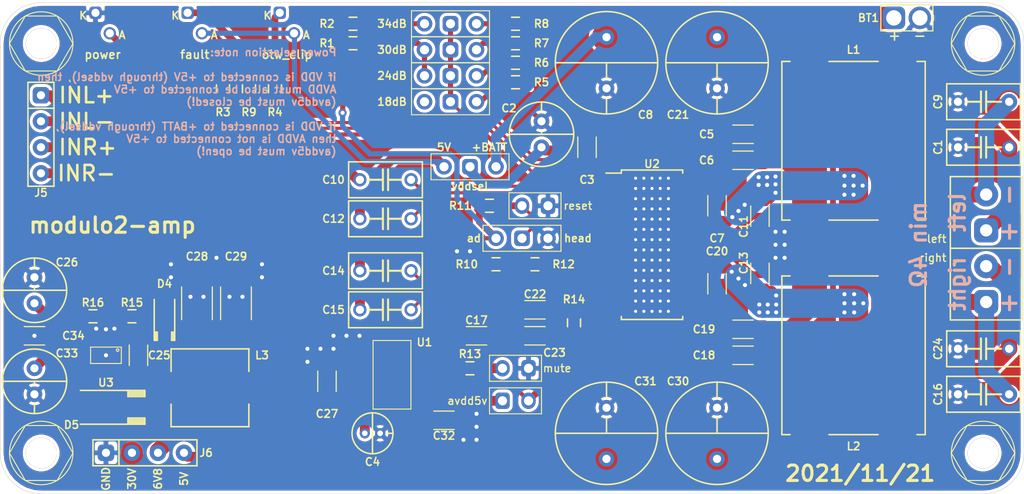
<source format=kicad_pcb>
(kicad_pcb (version 20171130) (host pcbnew "(5.1.12)-1")
  (layers (0 F.Cu signal) (31 B.Cu signal) (34 B.Paste user) (35 F.Paste user) (36 B.SilkS user hide) (37 F.SilkS user) (38 B.Mask user) (39 F.Mask user) (44 Edge.Cuts user))
  (net 0 "")
  (net 1 GND)
  (net 2 "Net-(C1-Pad1)")
  (net 3 +5V)
  (net 4 "/power amp/OUT1_P")
  (net 5 "Net-(C5-Pad1)")
  (net 6 "/power amp/OUT1_M")
  (net 7 "Net-(C6-Pad1)")
  (net 8 +BATT)
  (net 9 "Net-(C9-Pad2)")
  (net 10 "Net-(C10-Pad2)")
  (net 11 "Net-(C12-Pad2)")
  (net 12 "Net-(C14-Pad2)")
  (net 13 "Net-(C15-Pad2)")
  (net 14 "Net-(C16-Pad1)")
  (net 15 "/power amp/CMUTE")
  (net 16 "Net-(C18-Pad2)")
  (net 17 "/power amp/OUT2_M")
  (net 18 "Net-(C19-Pad2)")
  (net 19 "/power amp/OUT2_P")
  (net 20 "/power amp/GVDD")
  (net 21 "Net-(C24-Pad2)")
  (net 22 "Net-(C25-Pad2)")
  (net 23 "Net-(C25-Pad1)")
  (net 24 "Net-(D1-Pad2)")
  (net 25 "Net-(D2-Pad1)")
  (net 26 "Net-(D3-Pad1)")
  (net 27 OTW_CLIP)
  (net 28 FAULT)
  (net 29 "/power amp/FREQ_ADJ")
  (net 30 "/power amp/RESET")
  (net 31 "Net-(R15-Pad2)")
  (net 32 "Net-(R1-Pad2)")
  (net 33 "Net-(R2-Pad2)")
  (net 34 "Net-(R5-Pad1)")
  (net 35 "Net-(R6-Pad1)")
  (net 36 "Net-(R7-Pad1)")
  (net 37 "Net-(R8-Pad1)")
  (net 38 "Net-(R13-Pad2)")
  (net 39 "Net-(S1-Pad2)")
  (net 40 HEAD)
  (net 41 "/power amp/VDD")
  (net 42 "/power amp/AVDD")
  (net 43 "Net-(C10-Pad1)")
  (net 44 "Net-(C12-Pad1)")
  (net 45 "Net-(C14-Pad1)")
  (net 46 "Net-(C15-Pad1)")
  (net 47 6V8)
  (module myAmp:C_1206 (layer F.Cu) (at 53.34 82.55)
    (fp_text reference C34 (at 3.81 0) (layer F.SilkS) (effects (font (size 0.75 0.75))))
    (fp_text value 100nF hide)
    (pad 2 smd roundrect (at 1.7 0) (size 1.425 1.75) (layers F.Cu F.Paste F.Mask) (roundrect_rratio 0.174999298245614) (net 8 +BATT))
    (pad 1 smd roundrect (at -1.7 0) (size 1.425 1.75) (layers F.Cu F.Paste F.Mask) (roundrect_rratio 0.174999298245614) (net 1 GND))
  )
  (module myAmp:CPOL_D6.3_P2.5 (layer F.Cu) (at 53.34 86.995 270)
    (fp_text reference C33 (at -2.7305 -3.175 180) (layer F.SilkS) (effects (font (size 0.75 0.75))))
    (fp_text value 20μF)
    (pad 2 thru_hole circle (at 1.27 0 270) (size 1.524 1.524) (drill 0.8) (layers *.Cu *.Mask) (net 1 GND))
    (pad 1 thru_hole circle (at -1.27 0 270) (size 1.524 1.524) (drill 0.8) (layers *.Cu *.Mask) (net 8 +BATT))
  )
  (module myAmp:CPOL_D6.3_P2.5 (layer F.Cu) (at 53.34 78.105 90)
    (fp_text reference C26 (at 2.7305 3.175 180) (layer F.SilkS) (effects (font (size 0.75 0.75))))
    (fp_text value 20μF)
    (pad 2 thru_hole circle (at 1.27 0 90) (size 1.524 1.524) (drill 0.8) (layers *.Cu *.Mask) (net 1 GND))
    (pad 1 thru_hole circle (at -1.27 0 90) (size 1.524 1.524) (drill 0.8) (layers *.Cu *.Mask) (net 8 +BATT))
  )
  (module myAmp:COIL_DER0705 (layer F.Cu) (at 70.485 87.63)
    (fp_text reference L3 (at 5.08 -3.175) (layer F.SilkS) (effects (font (size 0.75 0.75))))
    (fp_text value 27μH)
    (pad 1 smd roundrect (at -3.8 0) (size 3 3) (layers F.Cu F.Paste F.Mask) (net 23 "Net-(C25-Pad1)"))
    (pad 2 smd roundrect (at 3.8 0) (size 3 3) (layers F.Cu F.Paste F.Mask) (net 47 6V8))
  )
  (module myAmp:COILCRAFT-UA801x-AL (layer F.Cu) (at 133.35 84.455 270)
    (fp_text reference L2 (at 8.89 0 180) (layer F.SilkS) (effects (font (size 0.75 0.75))))
    (fp_text value 10μH)
    (pad 2 smd rect (at -7.4 4.3 270) (size 4.2 3.4) (layers F.Cu F.Paste F.Mask) (net 19 "/power amp/OUT2_P"))
    (pad 4 smd rect (at 7.4 -4.3 270) (size 4.2 3.4) (layers F.Cu F.Paste F.Mask) (net 21 "Net-(C24-Pad2)"))
    (pad 3 smd rect (at 5.15 4.3 270) (size 8.7 3.4) (layers F.Cu F.Paste F.Mask) (net 17 "/power amp/OUT2_M"))
    (pad 1 smd rect (at -5.15 -4.3 270) (size 8.7 3.4) (layers F.Cu F.Paste F.Mask) (net 14 "Net-(C16-Pad1)"))
  )
  (module myAmp:COILCRAFT-UA801x-AL (layer F.Cu) (at 133.35 63.5 270)
    (fp_text reference L1 (at -8.89 0 180) (layer F.SilkS) (effects (font (size 0.75 0.75))))
    (fp_text value 10μH)
    (pad 2 smd rect (at -7.4 4.3 270) (size 4.2 3.4) (layers F.Cu F.Paste F.Mask) (net 4 "/power amp/OUT1_P"))
    (pad 4 smd rect (at 7.4 -4.3 270) (size 4.2 3.4) (layers F.Cu F.Paste F.Mask) (net 9 "Net-(C9-Pad2)"))
    (pad 3 smd rect (at 5.15 4.3 270) (size 8.7 3.4) (layers F.Cu F.Paste F.Mask) (net 6 "/power amp/OUT1_M"))
    (pad 1 smd rect (at -5.15 -4.3 270) (size 8.7 3.4) (layers F.Cu F.Paste F.Mask) (net 2 "Net-(C1-Pad1)"))
  )
  (module myAmp:SOT-23-6 (layer F.Cu) (at 60.325 84.455 270)
    (fp_text reference U3 (at 2.667 0) (layer F.SilkS) (effects (font (size 0.75 0.75))))
    (fp_text value MCP16331 hide)
    (pad 5 smd roundrect (at 1.4 0 180) (size 0.6 1) (layers F.Cu F.Paste F.Mask) (net 8 +BATT))
    (pad 4 smd roundrect (at 1.4 0.95 180) (size 0.6 1) (layers F.Cu F.Paste F.Mask))
    (pad 3 smd roundrect (at -1.4 0.947798 180) (size 0.6 1) (layers F.Cu F.Paste F.Mask) (net 31 "Net-(R15-Pad2)"))
    (pad 2 smd roundrect (at -1.4 0 180) (size 0.6 1) (layers F.Cu F.Paste F.Mask) (net 1 GND))
    (pad 1 smd roundrect (at -1.4 -0.95 180) (size 0.6 1) (layers F.Cu F.Paste F.Mask) (net 22 "Net-(C25-Pad2)"))
    (pad 6 smd roundrect (at 1.4 -0.95 180) (size 0.6 1) (layers F.Cu F.Paste F.Mask) (net 23 "Net-(C25-Pad1)"))
  )
  (module myAmp:BATTERY (layer F.Cu) (at 138.557 51.4985)
    (fp_text reference BT1 (at -3.7465 0) (layer F.SilkS) (effects (font (size 0.75 0.75))))
    (fp_text value BATT)
    (fp_text user - (at 1.27 1.7145) (layer F.SilkS))
    (fp_text user + (at -1.2065 1.7145) (layer F.SilkS))
    (pad 2 thru_hole circle (at 1.27 0) (size 2.2 2.2) (drill 1.5) (layers *.Cu *.Mask) (net 1 GND))
    (pad 1 thru_hole roundrect (at -1.27 0) (size 2.2 2.2) (drill 1.5) (layers *.Cu *.Mask) (net 8 +BATT))
  )
  (module myAmp:C_1206 (layer F.Cu) (at 93.345 90.805 180)
    (fp_text reference C32 (at 0 -1.5) (layer F.SilkS) (effects (font (size 0.75 0.75))))
    (fp_text value 100nF hide)
    (pad 2 smd roundrect (at 1.7 0 180) (size 1.425 1.75) (layers F.Cu F.Paste F.Mask) (roundrect_rratio 0.1749985964912281) (net 3 +5V))
    (pad 1 smd roundrect (at -1.7 0 180) (size 1.425 1.75) (layers F.Cu F.Paste F.Mask) (roundrect_rratio 0.1749985964912281) (net 1 GND))
  )
  (module myAmp:C_1206 (layer F.Cu) (at 81.915 86.995 270)
    (fp_text reference C27 (at 3.175 0 180) (layer F.SilkS) (effects (font (size 0.75 0.75))))
    (fp_text value 100nF hide)
    (pad 2 smd roundrect (at 1.7 0 270) (size 1.425 1.75) (layers F.Cu F.Paste F.Mask) (roundrect_rratio 0.1749985964912281) (net 47 6V8))
    (pad 1 smd roundrect (at -1.7 0 270) (size 1.425 1.75) (layers F.Cu F.Paste F.Mask) (roundrect_rratio 0.1749985964912281) (net 1 GND))
  )
  (module myAmp:D_SOD-123 (layer F.Cu) (at 66.04 80.645 90)
    (fp_text reference D4 (at 3.175 0 180) (layer F.SilkS) (effects (font (size 0.75 0.75))))
    (fp_text value 1N4148)
    (pad 2 smd roundrect (at 1.95 0 90) (size 0.9 1.2) (layers F.Cu F.Paste F.Mask) (net 47 6V8))
    (pad 1 smd roundrect (at -1.95 0 90) (size 0.9 1.2) (layers F.Cu F.Paste F.Mask) (net 22 "Net-(C25-Pad2)"))
  )
  (module myAmp:D_SMA (layer F.Cu) (at 60.325 89.535 180)
    (fp_text reference D5 (at 3.3655 -1.7145) (layer F.SilkS) (effects (font (size 0.75 0.75))))
    (fp_text value SS18A hide)
    (pad 2 smd roundrect (at 2.3 0 180) (size 3.1 1.8) (layers F.Cu F.Paste F.Mask) (net 1 GND))
    (pad 1 smd roundrect (at -2.3 0 180) (size 3.1 1.8) (layers F.Cu F.Paste F.Mask) (net 23 "Net-(C25-Pad1)"))
  )
  (module myAmp:LED_D3.0mm_PCBedge (layer F.Cu) (at 69 50 180)
    (fp_text reference D3 hide)
    (fp_text value fault (at 0 -5.08 180) (layer F.SilkS) (effects (font (size 0.8128 0.8128) (thickness 0.1524))))
    (fp_text user A (at -1.905 -3.175) (layer F.SilkS) (effects (font (size 0.75 0.75))))
    (fp_text user K (at 1.905 -1.27) (layer F.SilkS) (effects (font (size 0.75 0.75))))
    (pad 1 thru_hole roundrect (at 0.7 -1 180) (size 1.2 1.2) (drill 0.8) (layers *.Cu *.Mask) (net 26 "Net-(D3-Pad1)"))
    (pad 2 thru_hole circle (at -0.7 -3 180) (size 1.2 1.2) (drill 0.8) (layers *.Cu *.Mask) (net 3 +5V))
  )
  (module myAmp:LED_D3.0mm_PCBedge (layer F.Cu) (at 78 50 180)
    (fp_text reference D2 hide)
    (fp_text value otw_clip (at 0 -5.08 180) (layer F.SilkS) (effects (font (size 0.8128 0.8128) (thickness 0.1524))))
    (fp_text user A (at -1.905 -3.175) (layer F.SilkS) (effects (font (size 0.75 0.75))))
    (fp_text user K (at 1.905 -1.27) (layer F.SilkS) (effects (font (size 0.75 0.75))))
    (pad 1 thru_hole roundrect (at 0.7 -1 180) (size 1.2 1.2) (drill 0.8) (layers *.Cu *.Mask) (net 25 "Net-(D2-Pad1)"))
    (pad 2 thru_hole circle (at -0.7 -3 180) (size 1.2 1.2) (drill 0.8) (layers *.Cu *.Mask) (net 3 +5V))
  )
  (module myAmp:LED_D3.0mm_PCBedge (layer F.Cu) (at 60 50 180)
    (fp_text reference D1 hide)
    (fp_text value power (at 0 -5.08 180) (layer F.SilkS) (effects (font (size 0.8128 0.8128) (thickness 0.1524))))
    (fp_text user A (at -1.905 -3.175) (layer F.SilkS) (effects (font (size 0.75 0.75))))
    (fp_text user K (at 1.905 -1.27) (layer F.SilkS) (effects (font (size 0.75 0.75))))
    (pad 1 thru_hole roundrect (at 0.7 -1 180) (size 1.2 1.2) (drill 0.8) (layers *.Cu *.Mask) (net 1 GND))
    (pad 2 thru_hole circle (at -0.7 -3 180) (size 1.2 1.2) (drill 0.8) (layers *.Cu *.Mask) (net 24 "Net-(D1-Pad2)"))
  )
  (module myAmp:CPOL_D6.3_P2.5 (layer F.Cu) (at 102.87 62.865 90)
    (fp_text reference C2 (at 2.54 -3.175 180) (layer F.SilkS) (effects (font (size 0.75 0.75))))
    (fp_text value 470μF)
    (pad 2 thru_hole circle (at 1.27 0 90) (size 1.524 1.524) (drill 0.8) (layers *.Cu *.Mask) (net 1 GND))
    (pad 1 thru_hole circle (at -1.27 0 90) (size 1.524 1.524) (drill 0.8) (layers *.Cu *.Mask) (net 41 "/power amp/VDD"))
  )
  (module myAmp:PIN_1x04 (layer F.Cu) (at 64.135 93.98)
    (fp_text reference J6 (at 5.969 0) (layer F.SilkS) (effects (font (size 0.75 0.75))))
    (fp_text value CONN_01X04 hide)
    (pad 4 thru_hole circle (at 3.81 0) (size 1.6 1.6) (drill 0.8) (layers *.Cu *.Mask) (net 3 +5V))
    (pad 3 thru_hole circle (at 1.27 0) (size 1.6 1.6) (drill 0.8) (layers *.Cu *.Mask) (net 47 6V8))
    (pad 2 thru_hole circle (at -1.27 0) (size 1.6 1.6) (drill 0.8) (layers *.Cu *.Mask) (net 8 +BATT))
    (pad 1 thru_hole roundrect (at -3.81 0) (size 1.6 1.6) (drill 0.8) (layers *.Cu *.Mask) (net 1 GND))
  )
  (module myAmp:PIN_1x04 (layer F.Cu) (at 53.975 62.865 270)
    (fp_text reference J5 (at 5.715 0 180) (layer F.SilkS) (effects (font (size 0.75 0.75))))
    (fp_text value CONN_01X04 hide)
    (pad 4 thru_hole circle (at 3.81 0 270) (size 1.6 1.6) (drill 0.8) (layers *.Cu *.Mask) (net 46 "Net-(C15-Pad1)"))
    (pad 3 thru_hole circle (at 1.27 0 270) (size 1.6 1.6) (drill 0.8) (layers *.Cu *.Mask) (net 45 "Net-(C14-Pad1)"))
    (pad 2 thru_hole circle (at -1.27 0 270) (size 1.6 1.6) (drill 0.8) (layers *.Cu *.Mask) (net 44 "Net-(C12-Pad1)"))
    (pad 1 thru_hole roundrect (at -3.81 0 270) (size 1.6 1.6) (drill 0.8) (layers *.Cu *.Mask) (net 43 "Net-(C10-Pad1)"))
  )
  (module myAmp:SW_SPDT_JUMPER (layer F.Cu) (at 95.885 66.04 180)
    (fp_text reference SW4 hide)
    (fp_text value vddsel (at 0 -1.905) (layer F.SilkS) (effects (font (size 0.75 0.75))))
    (pad 3 thru_hole circle (at 2.54 0 180) (size 1.524 1.524) (drill 0.9) (layers *.Cu *.Mask) (net 3 +5V))
    (pad 2 thru_hole roundrect (at 0 0 180) (size 1.524 1.524) (drill 0.9) (layers *.Cu *.Mask) (net 41 "/power amp/VDD"))
    (pad 1 thru_hole circle (at -2.54 0 180) (size 1.524 1.524) (drill 0.9) (layers *.Cu *.Mask) (net 8 +BATT))
  )
  (module myAmp:Switch_2.5mm (layer F.Cu) (at 100.33 88.9 180)
    (fp_text reference SW5 hide)
    (fp_text value avdd5v (at 4.699 0) (layer F.SilkS) (effects (font (size 0.75 0.75) (thickness 0.127))))
    (pad 2 thru_hole oval (at -1.27 0 180) (size 1.4 1.6) (drill 0.9) (layers *.Cu *.Mask) (net 42 "/power amp/AVDD"))
    (pad 1 thru_hole roundrect (at 1.27 0 180) (size 1.4 1.6) (drill 0.9) (layers *.Cu *.Mask) (net 3 +5V))
  )
  (module myAmp:R_0805 (layer F.Cu) (at 98.425 75.565)
    (fp_text reference R10 (at -2.8575 0) (layer F.SilkS) (effects (font (size 0.75 0.75))))
    (fp_text value 100K hide)
    (pad 2 smd roundrect (at 1 0) (size 1 1.3) (layers F.Cu F.Paste F.Mask) (net 29 "/power amp/FREQ_ADJ"))
    (pad 1 smd roundrect (at -1 0) (size 1 1.3) (layers F.Cu F.Paste F.Mask) (net 1 GND))
  )
  (module myAmp:R_0805 (layer F.Cu) (at 106.045 81.28 90)
    (fp_text reference R14 (at 2.286 0 180) (layer F.SilkS) (effects (font (size 0.75 0.75))))
    (fp_text value 3R3 hide)
    (pad 2 smd roundrect (at 1 0 90) (size 1 1.3) (layers F.Cu F.Paste F.Mask) (net 42 "/power amp/AVDD"))
    (pad 1 smd roundrect (at -1 0 90) (size 1 1.3) (layers F.Cu F.Paste F.Mask) (net 20 "/power amp/GVDD"))
  )
  (module myAmp:R_0805 (layer F.Cu) (at 102.235 75.565 180)
    (fp_text reference R12 (at -2.794 0) (layer F.SilkS) (effects (font (size 0.75 0.75))))
    (fp_text value 100K hide)
    (pad 2 smd roundrect (at 1 0 180) (size 1 1.3) (layers F.Cu F.Paste F.Mask) (net 29 "/power amp/FREQ_ADJ"))
    (pad 1 smd roundrect (at -1 0 180) (size 1 1.3) (layers F.Cu F.Paste F.Mask) (net 1 GND))
  )
  (module myAmp:R_0805 (layer F.Cu) (at 95.885 85.725)
    (fp_text reference R13 (at 0 -1.397) (layer F.SilkS) (effects (font (size 0.75 0.75))))
    (fp_text value 1K hide)
    (pad 2 smd roundrect (at 1 0) (size 1 1.3) (layers F.Cu F.Paste F.Mask) (net 38 "Net-(R13-Pad2)"))
    (pad 1 smd roundrect (at -1 0) (size 1 1.3) (layers F.Cu F.Paste F.Mask) (net 15 "/power amp/CMUTE"))
  )
  (module myAmp:R_0805 (layer F.Cu) (at 100.33 52.07)
    (fp_text reference R8 (at 2.54 0) (layer F.SilkS) (effects (font (size 0.75 0.75))))
    (fp_text value 47K hide)
    (pad 2 smd roundrect (at 1 0) (size 1 1.3) (layers F.Cu F.Paste F.Mask) (net 1 GND))
    (pad 1 smd roundrect (at -1 0) (size 1 1.3) (layers F.Cu F.Paste F.Mask) (net 37 "Net-(R8-Pad1)"))
  )
  (module myAmp:R_0805 (layer F.Cu) (at 100.33 53.975)
    (fp_text reference R7 (at 2.54 0) (layer F.SilkS) (effects (font (size 0.75 0.75))))
    (fp_text value 39K hide)
    (pad 2 smd roundrect (at 1 0) (size 1 1.3) (layers F.Cu F.Paste F.Mask) (net 1 GND))
    (pad 1 smd roundrect (at -1 0) (size 1 1.3) (layers F.Cu F.Paste F.Mask) (net 36 "Net-(R7-Pad1)"))
  )
  (module myAmp:R_0805 (layer F.Cu) (at 100.33 55.88)
    (fp_text reference R6 (at 2.54 0) (layer F.SilkS) (effects (font (size 0.75 0.75))))
    (fp_text value 20K hide)
    (pad 2 smd roundrect (at 1 0) (size 1 1.3) (layers F.Cu F.Paste F.Mask) (net 1 GND))
    (pad 1 smd roundrect (at -1 0) (size 1 1.3) (layers F.Cu F.Paste F.Mask) (net 35 "Net-(R6-Pad1)"))
  )
  (module myAmp:R_0805 (layer F.Cu) (at 100.33 57.785)
    (fp_text reference R5 (at 2.54 0) (layer F.SilkS) (effects (font (size 0.75 0.75))))
    (fp_text value 5K6 hide)
    (pad 2 smd roundrect (at 1 0) (size 1 1.3) (layers F.Cu F.Paste F.Mask) (net 1 GND))
    (pad 1 smd roundrect (at -1 0) (size 1 1.3) (layers F.Cu F.Paste F.Mask) (net 34 "Net-(R5-Pad1)"))
  )
  (module myAmp:R_0805 (layer F.Cu) (at 84.455 52.07)
    (fp_text reference R2 (at -2.54 0) (layer F.SilkS) (effects (font (size 0.75 0.75))))
    (fp_text value 75K hide)
    (pad 2 smd roundrect (at 1 0) (size 1 1.3) (layers F.Cu F.Paste F.Mask) (net 33 "Net-(R2-Pad2)"))
    (pad 1 smd roundrect (at -1 0) (size 1 1.3) (layers F.Cu F.Paste F.Mask) (net 42 "/power amp/AVDD"))
  )
  (module myAmp:R_0805 (layer F.Cu) (at 84.455 53.975)
    (fp_text reference R1 (at -2.54 0) (layer F.SilkS) (effects (font (size 0.75 0.75))))
    (fp_text value 100K hide)
    (pad 2 smd roundrect (at 1 0) (size 1 1.3) (layers F.Cu F.Paste F.Mask) (net 32 "Net-(R1-Pad2)"))
    (pad 1 smd roundrect (at -1 0) (size 1 1.3) (layers F.Cu F.Paste F.Mask) (net 42 "/power amp/AVDD"))
  )
  (module myAmp:R_0805 (layer F.Cu) (at 71.755 58.42 90)
    (fp_text reference R3 (at -2.286 0 180) (layer F.SilkS) (effects (font (size 0.75 0.75))))
    (fp_text value 10K hide)
    (pad 2 smd roundrect (at 1 0 90) (size 1 1.3) (layers F.Cu F.Paste F.Mask) (net 24 "Net-(D1-Pad2)"))
    (pad 1 smd roundrect (at -1 0 90) (size 1 1.3) (layers F.Cu F.Paste F.Mask) (net 8 +BATT))
  )
  (module myAmp:R_0805 (layer F.Cu) (at 97.79 69.85 180)
    (fp_text reference R11 (at 2.8575 0) (layer F.SilkS) (effects (font (size 0.75 0.75))))
    (fp_text value 47K hide)
    (pad 2 smd roundrect (at 1 0 180) (size 1 1.3) (layers F.Cu F.Paste F.Mask) (net 42 "/power amp/AVDD"))
    (pad 1 smd roundrect (at -1 0 180) (size 1 1.3) (layers F.Cu F.Paste F.Mask) (net 30 "/power amp/RESET"))
  )
  (module myAmp:R_0805 (layer F.Cu) (at 74.295 58.42 90)
    (fp_text reference R9 (at -2.286 0 180) (layer F.SilkS) (effects (font (size 0.75 0.75))))
    (fp_text value 1K hide)
    (pad 2 smd roundrect (at 1 0 90) (size 1 1.3) (layers F.Cu F.Paste F.Mask) (net 26 "Net-(D3-Pad1)"))
    (pad 1 smd roundrect (at -1 0 90) (size 1 1.3) (layers F.Cu F.Paste F.Mask) (net 28 FAULT))
  )
  (module myAmp:R_0805 (layer F.Cu) (at 76.835 58.42 90)
    (fp_text reference R4 (at -2.286 0 180) (layer F.SilkS) (effects (font (size 0.75 0.75))))
    (fp_text value 1K hide)
    (pad 2 smd roundrect (at 1 0 90) (size 1 1.3) (layers F.Cu F.Paste F.Mask) (net 25 "Net-(D2-Pad1)"))
    (pad 1 smd roundrect (at -1 0 90) (size 1 1.3) (layers F.Cu F.Paste F.Mask) (net 27 OTW_CLIP))
  )
  (module myAmp:CPOL_D10_P5 (layer F.Cu) (at 109.22 92.075 90)
    (fp_text reference C31 (at 5.08 3.81 180) (layer F.SilkS) (effects (font (size 0.75 0.75))))
    (fp_text value 220μF)
    (pad 2 thru_hole circle (at 2.5 0 90) (size 1.524 1.524) (drill 0.8) (layers *.Cu *.Mask) (net 1 GND))
    (pad 1 thru_hole circle (at -2.5 0 90) (size 1.524 1.524) (drill 0.8) (layers *.Cu *.Mask) (net 8 +BATT))
  )
  (module myAmp:C_1206 (layer F.Cu) (at 63.5 84.455 90)
    (fp_text reference C25 (at 0 2.032 180) (layer F.SilkS) (effects (font (size 0.75 0.75))))
    (fp_text value 100nF hide)
    (pad 2 smd roundrect (at 1.7 0 90) (size 1.425 1.75) (layers F.Cu F.Paste F.Mask) (roundrect_rratio 0.1749985964912281) (net 22 "Net-(C25-Pad2)"))
    (pad 1 smd roundrect (at -1.7 0 90) (size 1.425 1.75) (layers F.Cu F.Paste F.Mask) (roundrect_rratio 0.1749985964912281) (net 23 "Net-(C25-Pad1)"))
  )
  (module myAmp:CPOL_D10_P5 (layer F.Cu) (at 120.015 92.075 90)
    (fp_text reference C30 (at 5.08 -3.81 180) (layer F.SilkS) (effects (font (size 0.75 0.75))))
    (fp_text value 220μF)
    (pad 2 thru_hole circle (at 2.5 0 90) (size 1.524 1.524) (drill 0.8) (layers *.Cu *.Mask) (net 1 GND))
    (pad 1 thru_hole circle (at -2.5 0 90) (size 1.524 1.524) (drill 0.8) (layers *.Cu *.Mask) (net 8 +BATT))
  )
  (module myAmp:CPOL_D10_P5 (layer F.Cu) (at 120.015 55.88 270)
    (fp_text reference C21 (at 5.08 3.81 180) (layer F.SilkS) (effects (font (size 0.75 0.75))))
    (fp_text value 220μF)
    (pad 2 thru_hole circle (at 2.5 0 270) (size 1.524 1.524) (drill 0.8) (layers *.Cu *.Mask) (net 1 GND))
    (pad 1 thru_hole circle (at -2.5 0 270) (size 1.524 1.524) (drill 0.8) (layers *.Cu *.Mask) (net 8 +BATT))
  )
  (module myAmp:CPOL_D10_P5 (layer F.Cu) (at 109.22 55.88 270)
    (fp_text reference C8 (at 5.08 -3.81 180) (layer F.SilkS) (effects (font (size 0.75 0.75))))
    (fp_text value 220μF)
    (pad 2 thru_hole circle (at 2.5 0 270) (size 1.524 1.524) (drill 0.8) (layers *.Cu *.Mask) (net 1 GND))
    (pad 1 thru_hole circle (at -2.5 0 270) (size 1.524 1.524) (drill 0.8) (layers *.Cu *.Mask) (net 8 +BATT))
  )
  (module myAmp:C_FILM_5MM (layer F.Cu) (at 87.63 80.01)
    (fp_text reference C15 (at -5.08 0) (layer F.SilkS) (effects (font (size 0.75 0.75))))
    (fp_text value 1μF hide)
    (pad 2 thru_hole circle (at 2.5 0) (size 1.3 1.3) (drill 0.8) (layers *.Cu *.Mask) (net 13 "Net-(C15-Pad2)"))
    (pad 1 thru_hole circle (at -2.5 0) (size 1.3 1.3) (drill 0.8) (layers *.Cu *.Mask) (net 46 "Net-(C15-Pad1)"))
  )
  (module myAmp:C_FILM_5MM (layer F.Cu) (at 87.63 76.2)
    (fp_text reference C14 (at -5.08 0) (layer F.SilkS) (effects (font (size 0.75 0.75))))
    (fp_text value 1μF hide)
    (pad 2 thru_hole circle (at 2.5 0) (size 1.3 1.3) (drill 0.8) (layers *.Cu *.Mask) (net 12 "Net-(C14-Pad2)"))
    (pad 1 thru_hole circle (at -2.5 0) (size 1.3 1.3) (drill 0.8) (layers *.Cu *.Mask) (net 45 "Net-(C14-Pad1)"))
  )
  (module myAmp:C_FILM_5MM (layer F.Cu) (at 87.63 71.12)
    (fp_text reference C12 (at -5.08 0) (layer F.SilkS) (effects (font (size 0.75 0.75))))
    (fp_text value 1μF hide)
    (pad 2 thru_hole circle (at 2.5 0) (size 1.3 1.3) (drill 0.8) (layers *.Cu *.Mask) (net 11 "Net-(C12-Pad2)"))
    (pad 1 thru_hole circle (at -2.5 0) (size 1.3 1.3) (drill 0.8) (layers *.Cu *.Mask) (net 44 "Net-(C12-Pad1)"))
  )
  (module myAmp:C_FILM_5MM (layer F.Cu) (at 87.63 67.31)
    (fp_text reference C10 (at -5.08 0) (layer F.SilkS) (effects (font (size 0.75 0.75))))
    (fp_text value 1μF hide)
    (pad 2 thru_hole circle (at 2.5 0) (size 1.3 1.3) (drill 0.8) (layers *.Cu *.Mask) (net 10 "Net-(C10-Pad2)"))
    (pad 1 thru_hole circle (at -2.5 0) (size 1.3 1.3) (drill 0.8) (layers *.Cu *.Mask) (net 43 "Net-(C10-Pad1)"))
  )
  (module myAmp:SPKR_3.5MM (layer F.Cu) (at 146.304 77.5 270)
    (fp_text reference SPK2 hide)
    (fp_text value right (at -2.57 3.81 180) (layer F.SilkS) (effects (font (size 0.75 0.75) (thickness 0.127)) (justify right)))
    (pad 2 thru_hole circle (at -1.75 0 270) (size 2.35 2.35) (drill 1.2) (layers *.Cu *.Mask) (net 21 "Net-(C24-Pad2)"))
    (pad 1 thru_hole roundrect (at 1.75 0 270) (size 2.35 2.35) (drill 1.2) (layers *.Cu *.Mask) (net 14 "Net-(C16-Pad1)"))
  )
  (module myAmp:SPKR_3.5MM (layer F.Cu) (at 146.304 70.5 270)
    (fp_text reference SPK1 hide)
    (fp_text value left (at 2.5885 3.81 180) (layer F.SilkS) (effects (font (size 0.75 0.75) (thickness 0.127)) (justify right)))
    (pad 2 thru_hole circle (at -1.75 0 270) (size 2.35 2.35) (drill 1.2) (layers *.Cu *.Mask) (net 9 "Net-(C9-Pad2)"))
    (pad 1 thru_hole roundrect (at 1.75 0 270) (size 2.35 2.35) (drill 1.2) (layers *.Cu *.Mask) (net 2 "Net-(C1-Pad1)"))
  )
  (module myAmp:C_1206 (layer F.Cu) (at 107.315 64.135 270)
    (fp_text reference C3 (at 3.175 0 180) (layer F.SilkS) (effects (font (size 0.75 0.75))))
    (fp_text value 100nF hide)
    (pad 2 smd roundrect (at 1.7 0 270) (size 1.425 1.75) (layers F.Cu F.Paste F.Mask) (roundrect_rratio 0.1749985964912281) (net 41 "/power amp/VDD"))
    (pad 1 smd roundrect (at -1.7 0 270) (size 1.425 1.75) (layers F.Cu F.Paste F.Mask) (roundrect_rratio 0.1749985964912281) (net 1 GND))
  )
  (module myAmp:TSSOP-44_4.4x9.7mm_Pitch0.635mm_ThermalPad (layer F.Cu) (at 113.665 73.66)
    (fp_text reference U2 (at 0 -7.9) (layer F.SilkS) (effects (font (size 0.75 0.75))))
    (fp_text value TPA3220 hide)
    (pad 1 smd rect (at -3.75 -6.6675) (size 1.5 0.32) (layers F.Cu F.Paste F.Mask) (net 41 "/power amp/VDD"))
    (pad 2 smd rect (at -3.75 -6.0325) (size 1.5 0.32) (layers F.Cu F.Paste F.Mask) (net 39 "Net-(S1-Pad2)"))
    (pad 3 smd rect (at -3.75 -5.3975) (size 1.5 0.32) (layers F.Cu F.Paste F.Mask) (net 27 OTW_CLIP))
    (pad 4 smd rect (at -3.75 -4.7625) (size 1.5 0.32) (layers F.Cu F.Paste F.Mask) (net 28 FAULT))
    (pad 5 smd rect (at -3.75 -4.1275) (size 1.5 0.32) (layers F.Cu F.Paste F.Mask) (net 1 GND))
    (pad 6 smd rect (at -3.75 -3.4925) (size 1.5 0.32) (layers F.Cu F.Paste F.Mask) (net 1 GND))
    (pad 7 smd rect (at -3.75 -2.8575) (size 1.5 0.32) (layers F.Cu F.Paste F.Mask) (net 1 GND))
    (pad 8 smd rect (at -3.75 -2.2225) (size 1.5 0.32) (layers F.Cu F.Paste F.Mask) (net 10 "Net-(C10-Pad2)"))
    (pad 9 smd rect (at -3.75 -1.5875) (size 1.5 0.32) (layers F.Cu F.Paste F.Mask) (net 11 "Net-(C12-Pad2)"))
    (pad 10 smd rect (at -3.75 -0.9525) (size 1.5 0.32) (layers F.Cu F.Paste F.Mask) (net 30 "/power amp/RESET"))
    (pad 11 smd rect (at -3.75 -0.3175) (size 1.5 0.32) (layers F.Cu F.Paste F.Mask) (net 40 HEAD))
    (pad 12 smd rect (at -3.75 0.3175) (size 1.5 0.32) (layers F.Cu F.Paste F.Mask))
    (pad 13 smd rect (at -3.75 0.9525) (size 1.5 0.32) (layers F.Cu F.Paste F.Mask))
    (pad 14 smd rect (at -3.75 1.5875) (size 1.5 0.32) (layers F.Cu F.Paste F.Mask) (net 29 "/power amp/FREQ_ADJ"))
    (pad 15 smd rect (at -3.75 2.2225) (size 1.5 0.32) (layers F.Cu F.Paste F.Mask) (net 12 "Net-(C14-Pad2)"))
    (pad 16 smd rect (at -3.75 2.8575) (size 1.5 0.32) (layers F.Cu F.Paste F.Mask) (net 13 "Net-(C15-Pad2)"))
    (pad 17 smd rect (at -3.75 3.4925) (size 1.5 0.32) (layers F.Cu F.Paste F.Mask) (net 15 "/power amp/CMUTE"))
    (pad 18 smd rect (at -3.75 4.1275) (size 1.5 0.32) (layers F.Cu F.Paste F.Mask) (net 1 GND))
    (pad 19 smd rect (at -3.75 4.7625) (size 1.5 0.32) (layers F.Cu F.Paste F.Mask) (net 1 GND))
    (pad 20 smd rect (at -3.75 5.3975) (size 1.5 0.32) (layers F.Cu F.Paste F.Mask) (net 1 GND))
    (pad 21 smd rect (at -3.75 6.0325) (size 1.5 0.32) (layers F.Cu F.Paste F.Mask) (net 42 "/power amp/AVDD"))
    (pad 22 smd rect (at -3.75 6.6675) (size 1.5 0.32) (layers F.Cu F.Paste F.Mask) (net 20 "/power amp/GVDD"))
    (pad 23 smd rect (at 3.75 6.6675) (size 1.5 0.32) (layers F.Cu F.Paste F.Mask) (net 16 "Net-(C18-Pad2)"))
    (pad 24 smd rect (at 3.75 6.0325) (size 1.5 0.32) (layers F.Cu F.Paste F.Mask) (net 18 "Net-(C19-Pad2)"))
    (pad 25 smd rect (at 3.75 5.3975) (size 1.5 0.32) (layers F.Cu F.Paste F.Mask) (net 1 GND))
    (pad 26 smd rect (at 3.75 4.7625) (size 1.5 0.32) (layers F.Cu F.Paste F.Mask) (net 1 GND))
    (pad 27 smd rect (at 3.75 4.1275) (size 1.5 0.32) (layers F.Cu F.Paste F.Mask) (net 17 "/power amp/OUT2_M"))
    (pad 28 smd rect (at 3.75 3.4925) (size 1.5 0.32) (layers F.Cu F.Paste F.Mask) (net 17 "/power amp/OUT2_M"))
    (pad 29 smd rect (at 3.75 2.8575) (size 1.5 0.32) (layers F.Cu F.Paste F.Mask) (net 8 +BATT))
    (pad 30 smd rect (at 3.75 2.2225) (size 1.5 0.32) (layers F.Cu F.Paste F.Mask) (net 8 +BATT))
    (pad 31 smd rect (at 3.75 1.5875) (size 1.5 0.32) (layers F.Cu F.Paste F.Mask) (net 8 +BATT))
    (pad 32 smd rect (at 3.75 0.9525) (size 1.5 0.32) (layers F.Cu F.Paste F.Mask) (net 19 "/power amp/OUT2_P"))
    (pad 33 smd rect (at 3.75 0.3175) (size 1.5 0.32) (layers F.Cu F.Paste F.Mask) (net 1 GND))
    (pad 34 smd rect (at 3.75 -0.3175) (size 1.5 0.32) (layers F.Cu F.Paste F.Mask) (net 1 GND))
    (pad 35 smd rect (at 3.75 -0.9525) (size 1.5 0.32) (layers F.Cu F.Paste F.Mask) (net 6 "/power amp/OUT1_M"))
    (pad 36 smd rect (at 3.75 -1.5875) (size 1.5 0.32) (layers F.Cu F.Paste F.Mask) (net 8 +BATT))
    (pad 37 smd rect (at 3.75 -2.2225) (size 1.5 0.32) (layers F.Cu F.Paste F.Mask) (net 8 +BATT))
    (pad 38 smd rect (at 3.75 -2.8575) (size 1.5 0.32) (layers F.Cu F.Paste F.Mask) (net 8 +BATT))
    (pad 39 smd rect (at 3.75 -3.4925) (size 1.5 0.32) (layers F.Cu F.Paste F.Mask) (net 4 "/power amp/OUT1_P"))
    (pad 40 smd rect (at 3.75 -4.1275) (size 1.5 0.32) (layers F.Cu F.Paste F.Mask) (net 4 "/power amp/OUT1_P"))
    (pad 41 smd rect (at 3.75 -4.7625) (size 1.5 0.32) (layers F.Cu F.Paste F.Mask) (net 1 GND))
    (pad 42 smd rect (at 3.75 -5.3975) (size 1.5 0.32) (layers F.Cu F.Paste F.Mask) (net 1 GND))
    (pad 43 smd rect (at 3.75 -6.0325) (size 1.5 0.32) (layers F.Cu F.Paste F.Mask) (net 7 "Net-(C6-Pad1)"))
    (pad 44 smd rect (at 3.75 -6.6675) (size 1.5 0.32) (layers F.Cu F.Paste F.Mask) (net 5 "Net-(C5-Pad1)"))
    (pad 45 thru_hole rect (at -1.6 -6.5) (size 0.9 1.1) (drill 0.3) (layers *.Cu) (net 1 GND))
    (pad 45 thru_hole rect (at -0.8 -6.5) (size 0.9 1.1) (drill 0.3) (layers *.Cu) (net 1 GND))
    (pad 45 thru_hole rect (at 0 -6.5) (size 0.9 1.1) (drill 0.3) (layers *.Cu) (net 1 GND))
    (pad 45 thru_hole rect (at 0.8 -6.5) (size 0.9 1.1) (drill 0.3) (layers *.Cu) (net 1 GND))
    (pad 45 thru_hole rect (at 1.6 -6.5) (size 0.9 1.1) (drill 0.3) (layers *.Cu) (net 1 GND))
    (pad 45 thru_hole rect (at -1.6 -5.5) (size 0.9 1.1) (drill 0.3) (layers *.Cu) (net 1 GND))
    (pad 45 thru_hole rect (at -0.8 -5.5) (size 0.9 1.1) (drill 0.3) (layers *.Cu) (net 1 GND))
    (pad 45 thru_hole rect (at 0 -5.5) (size 0.9 1.1) (drill 0.3) (layers *.Cu) (net 1 GND))
    (pad 45 thru_hole rect (at 0.8 -5.5) (size 0.9 1.1) (drill 0.3) (layers *.Cu) (net 1 GND))
    (pad 45 thru_hole rect (at 1.6 -5.5) (size 0.9 1.1) (drill 0.3) (layers *.Cu) (net 1 GND))
    (pad 45 thru_hole rect (at -1.6 -4.5) (size 0.9 1.1) (drill 0.3) (layers *.Cu) (net 1 GND))
    (pad 45 thru_hole rect (at -0.8 -4.5) (size 0.9 1.1) (drill 0.3) (layers *.Cu) (net 1 GND))
    (pad 45 thru_hole rect (at 0 -4.5) (size 0.9 1.1) (drill 0.3) (layers *.Cu) (net 1 GND))
    (pad 45 thru_hole rect (at 0.8 -4.5) (size 0.9 1.1) (drill 0.3) (layers *.Cu) (net 1 GND))
    (pad 45 thru_hole rect (at 1.6 -4.5) (size 0.9 1.1) (drill 0.3) (layers *.Cu) (net 1 GND))
    (pad 45 thru_hole rect (at -1.6 -3.5) (size 0.9 1.1) (drill 0.3) (layers *.Cu *.Mask) (net 1 GND))
    (pad 45 thru_hole rect (at -0.8 -3.5) (size 0.9 1.1) (drill 0.3) (layers *.Cu *.Mask) (net 1 GND))
    (pad 45 thru_hole rect (at 0 -3.5) (size 0.9 1.1) (drill 0.3) (layers *.Cu *.Mask) (net 1 GND))
    (pad 45 thru_hole rect (at 0.8 -3.5) (size 0.9 1.1) (drill 0.3) (layers *.Cu *.Mask) (net 1 GND))
    (pad 45 thru_hole rect (at 1.6 -3.5) (size 0.9 1.1) (drill 0.3) (layers *.Cu *.Mask) (net 1 GND))
    (pad 45 thru_hole rect (at -1.6 -2.5) (size 0.9 1.1) (drill 0.3) (layers *.Cu *.Mask) (net 1 GND))
    (pad 45 thru_hole rect (at -0.8 -2.5) (size 0.9 1.1) (drill 0.3) (layers *.Cu *.Mask) (net 1 GND))
    (pad 45 thru_hole rect (at 0 -2.5) (size 0.9 1.1) (drill 0.3) (layers *.Cu *.Mask) (net 1 GND))
    (pad 45 thru_hole rect (at 0.8 -2.5) (size 0.9 1.1) (drill 0.3) (layers *.Cu *.Mask) (net 1 GND))
    (pad 45 thru_hole rect (at 1.6 -2.5) (size 0.9 1.1) (drill 0.3) (layers *.Cu *.Mask) (net 1 GND))
    (pad 45 thru_hole rect (at -1.6 -1.5) (size 0.9 1.1) (drill 0.3) (layers *.Cu *.Mask) (net 1 GND))
    (pad 45 thru_hole rect (at -0.8 -1.5) (size 0.9 1.1) (drill 0.3) (layers *.Cu *.Mask) (net 1 GND))
    (pad 45 thru_hole rect (at 0 -1.5) (size 0.9 1.1) (drill 0.3) (layers *.Cu *.Mask) (net 1 GND))
    (pad 45 thru_hole rect (at 0.8 -1.5) (size 0.9 1.1) (drill 0.3) (layers *.Cu *.Mask) (net 1 GND))
    (pad 45 thru_hole rect (at 1.6 -1.5) (size 0.9 1.1) (drill 0.3) (layers *.Cu *.Mask) (net 1 GND))
    (pad 45 thru_hole rect (at -1.6 -0.5) (size 0.9 1.1) (drill 0.3) (layers *.Cu *.Mask) (net 1 GND))
    (pad 45 thru_hole rect (at -0.8 -0.5) (size 0.9 1.1) (drill 0.3) (layers *.Cu *.Mask) (net 1 GND))
    (pad 45 thru_hole rect (at 0 -0.5) (size 0.9 1.1) (drill 0.3) (layers *.Cu *.Mask) (net 1 GND))
    (pad 45 thru_hole rect (at 0.8 -0.5) (size 0.9 1.1) (drill 0.3) (layers *.Cu *.Mask) (net 1 GND))
    (pad 45 thru_hole rect (at 1.6 -0.5) (size 0.9 1.1) (drill 0.3) (layers *.Cu *.Mask) (net 1 GND))
    (pad 45 thru_hole rect (at -1.6 0.5) (size 0.9 1.1) (drill 0.3) (layers *.Cu *.Mask) (net 1 GND))
    (pad 45 thru_hole rect (at -0.8 0.5) (size 0.9 1.1) (drill 0.3) (layers *.Cu *.Mask) (net 1 GND))
    (pad 45 thru_hole rect (at 0 0.5) (size 0.9 1.1) (drill 0.3) (layers *.Cu *.Mask) (net 1 GND))
    (pad 45 thru_hole rect (at 0.8 0.5) (size 0.9 1.1) (drill 0.3) (layers *.Cu *.Mask) (net 1 GND))
    (pad 45 thru_hole rect (at 1.6 0.5) (size 0.9 1.1) (drill 0.3) (layers *.Cu *.Mask) (net 1 GND))
    (pad 45 thru_hole rect (at -1.6 1.5) (size 0.9 1.1) (drill 0.3) (layers *.Cu *.Mask) (net 1 GND))
    (pad 45 thru_hole rect (at -0.8 1.5) (size 0.9 1.1) (drill 0.3) (layers *.Cu *.Mask) (net 1 GND))
    (pad 45 thru_hole rect (at 0 1.5) (size 0.9 1.1) (drill 0.3) (layers *.Cu *.Mask) (net 1 GND))
    (pad 45 thru_hole rect (at 0.8 1.5) (size 0.9 1.1) (drill 0.3) (layers *.Cu *.Mask) (net 1 GND))
    (pad 45 thru_hole rect (at 1.6 1.5) (size 0.9 1.1) (drill 0.3) (layers *.Cu *.Mask) (net 1 GND))
    (pad 45 thru_hole rect (at -1.6 2.5) (size 0.9 1.1) (drill 0.3) (layers *.Cu *.Mask) (net 1 GND))
    (pad 45 thru_hole rect (at -0.8 2.5) (size 0.9 1.1) (drill 0.3) (layers *.Cu *.Mask) (net 1 GND))
    (pad 45 thru_hole rect (at 0 2.5) (size 0.9 1.1) (drill 0.3) (layers *.Cu *.Mask) (net 1 GND))
    (pad 45 thru_hole rect (at 0.8 2.5) (size 0.9 1.1) (drill 0.3) (layers *.Cu *.Mask) (net 1 GND))
    (pad 45 thru_hole rect (at 1.6 2.5) (size 0.9 1.1) (drill 0.3) (layers *.Cu *.Mask) (net 1 GND))
    (pad 45 thru_hole rect (at -1.6 3.5) (size 0.9 1.1) (drill 0.3) (layers *.Cu *.Mask) (net 1 GND))
    (pad 45 thru_hole rect (at -0.8 3.5) (size 0.9 1.1) (drill 0.3) (layers *.Cu *.Mask) (net 1 GND))
    (pad 45 thru_hole rect (at 0 3.5) (size 0.9 1.1) (drill 0.3) (layers *.Cu *.Mask) (net 1 GND))
    (pad 45 thru_hole rect (at 0.8 3.5) (size 0.9 1.1) (drill 0.3) (layers *.Cu *.Mask) (net 1 GND))
    (pad 45 thru_hole rect (at 1.6 3.5) (size 0.9 1.1) (drill 0.3) (layers *.Cu *.Mask) (net 1 GND))
    (pad 45 thru_hole rect (at -1.6 4.5) (size 0.9 1.1) (drill 0.3) (layers *.Cu) (net 1 GND))
    (pad 45 thru_hole rect (at -0.8 4.5) (size 0.9 1.1) (drill 0.3) (layers *.Cu) (net 1 GND))
    (pad 45 thru_hole rect (at 0 4.5) (size 0.9 1.1) (drill 0.3) (layers *.Cu) (net 1 GND))
    (pad 45 thru_hole rect (at 0.8 4.5) (size 0.9 1.1) (drill 0.3) (layers *.Cu) (net 1 GND))
    (pad 45 thru_hole rect (at 1.6 4.5) (size 0.9 1.1) (drill 0.3) (layers *.Cu) (net 1 GND))
    (pad 45 thru_hole rect (at -1.6 5.5) (size 0.9 1.1) (drill 0.3) (layers *.Cu) (net 1 GND))
    (pad 45 thru_hole rect (at -0.8 5.5) (size 0.9 1.1) (drill 0.3) (layers *.Cu) (net 1 GND))
    (pad 45 thru_hole rect (at 0 5.5) (size 0.9 1.1) (drill 0.3) (layers *.Cu) (net 1 GND))
    (pad 45 thru_hole rect (at 0.8 5.5) (size 0.9 1.1) (drill 0.3) (layers *.Cu) (net 1 GND))
    (pad 45 thru_hole rect (at 1.6 5.5) (size 0.9 1.1) (drill 0.3) (layers *.Cu) (net 1 GND))
    (pad 45 thru_hole rect (at -1.6 6.5) (size 0.9 1.1) (drill 0.3) (layers *.Cu) (net 1 GND))
    (pad 45 thru_hole rect (at -0.8 6.5) (size 0.9 1.1) (drill 0.3) (layers *.Cu) (net 1 GND))
    (pad 45 thru_hole rect (at 0 6.5) (size 0.9 1.1) (drill 0.3) (layers *.Cu) (net 1 GND))
    (pad 45 thru_hole rect (at 0.8 6.5) (size 0.9 1.1) (drill 0.3) (layers *.Cu) (net 1 GND))
    (pad 45 thru_hole rect (at 1.6 6.5) (size 0.9 1.1) (drill 0.3) (layers *.Cu) (net 1 GND))
  )
  (module myAmp:SW_SPDT_JUMPER (layer F.Cu) (at 100.965 73.025)
    (fp_text reference SW3 hide)
    (fp_text value HEAD/AD hide)
    (pad 3 thru_hole circle (at 2.54 0) (size 1.524 1.524) (drill 0.9) (layers *.Cu *.Mask) (net 1 GND))
    (pad 2 thru_hole roundrect (at 0 0) (size 1.524 1.524) (drill 0.9) (layers *.Cu *.Mask) (net 40 HEAD))
    (pad 1 thru_hole circle (at -2.54 0) (size 1.524 1.524) (drill 0.9) (layers *.Cu *.Mask) (net 42 "/power amp/AVDD"))
  )
  (module myAmp:Switch_2.5mm (layer F.Cu) (at 100.33 85.725)
    (fp_text reference SW2 hide)
    (fp_text value mute (at 4.064 0) (layer F.SilkS) (effects (font (size 0.75 0.75) (thickness 0.127))))
    (pad 2 thru_hole oval (at -1.27 0) (size 1.4 1.6) (drill 0.9) (layers *.Cu *.Mask) (net 38 "Net-(R13-Pad2)"))
    (pad 1 thru_hole roundrect (at 1.27 0) (size 1.4 1.6) (drill 0.9) (layers *.Cu *.Mask) (net 1 GND))
  )
  (module myAmp:Switch_2.5mm (layer F.Cu) (at 102.235 69.85)
    (fp_text reference SW1 hide)
    (fp_text value reset (at 4.191 0) (layer F.SilkS) (effects (font (size 0.75 0.75) (thickness 0.127))))
    (pad 2 thru_hole oval (at -1.27 0) (size 1.4 1.6) (drill 0.9) (layers *.Cu *.Mask) (net 30 "/power amp/RESET"))
    (pad 1 thru_hole roundrect (at 1.27 0) (size 1.4 1.6) (drill 0.9) (layers *.Cu *.Mask) (net 1 GND))
  )
  (module myAmp:JUMPER_3WAY (layer F.Cu) (at 93.98 52.07)
    (fp_text reference S4)
    (fp_text value 34dB (at -5.715 0) (layer F.SilkS) (effects (font (size 0.75 0.75))))
    (pad 3 thru_hole circle (at 2.54 0) (size 1.524 1.524) (drill 0.9) (layers *.Cu *.Mask) (net 37 "Net-(R8-Pad1)"))
    (pad 2 thru_hole roundrect (at 0 0) (size 1.524 1.524) (drill 0.9) (layers *.Cu *.Mask) (net 39 "Net-(S1-Pad2)"))
    (pad 1 thru_hole circle (at -2.54 0) (size 1.524 1.524) (drill 0.9) (layers *.Cu *.Mask) (net 33 "Net-(R2-Pad2)"))
  )
  (module myAmp:JUMPER_3WAY (layer F.Cu) (at 93.98 54.61)
    (fp_text reference S3)
    (fp_text value 30dB (at -5.715 0) (layer F.SilkS) (effects (font (size 0.75 0.75))))
    (pad 3 thru_hole circle (at 2.54 0) (size 1.524 1.524) (drill 0.9) (layers *.Cu *.Mask) (net 36 "Net-(R7-Pad1)"))
    (pad 2 thru_hole roundrect (at 0 0) (size 1.524 1.524) (drill 0.9) (layers *.Cu *.Mask) (net 39 "Net-(S1-Pad2)"))
    (pad 1 thru_hole circle (at -2.54 0) (size 1.524 1.524) (drill 0.9) (layers *.Cu *.Mask) (net 32 "Net-(R1-Pad2)"))
  )
  (module myAmp:JUMPER_3WAY (layer F.Cu) (at 93.98 57.15)
    (fp_text reference S2)
    (fp_text value 24dB (at -5.715 0) (layer F.SilkS) (effects (font (size 0.75 0.75))))
    (pad 3 thru_hole circle (at 2.54 0) (size 1.524 1.524) (drill 0.9) (layers *.Cu *.Mask) (net 35 "Net-(R6-Pad1)"))
    (pad 2 thru_hole roundrect (at 0 0) (size 1.524 1.524) (drill 0.9) (layers *.Cu *.Mask) (net 39 "Net-(S1-Pad2)"))
    (pad 1 thru_hole circle (at -2.54 0) (size 1.524 1.524) (drill 0.9) (layers *.Cu *.Mask) (net 32 "Net-(R1-Pad2)"))
  )
  (module myAmp:JUMPER_3WAY (layer F.Cu) (at 93.98 59.69)
    (fp_text reference S1)
    (fp_text value 18dB (at -5.715 0) (layer F.SilkS) (effects (font (size 0.75 0.75))))
    (pad 1 thru_hole circle (at -2.54 0) (size 1.524 1.524) (drill 0.9) (layers *.Cu *.Mask))
    (pad 2 thru_hole roundrect (at 0 0) (size 1.524 1.524) (drill 0.9) (layers *.Cu *.Mask) (net 39 "Net-(S1-Pad2)"))
    (pad 3 thru_hole circle (at 2.54 0) (size 1.524 1.524) (drill 0.9) (layers *.Cu *.Mask) (net 34 "Net-(R5-Pad1)"))
  )
  (module myAmp:SOT-223 (layer F.Cu) (at 88.265 86.36)
    (fp_text reference U1 (at 3.175 -3.175) (layer F.SilkS) (effects (font (size 0.75 0.75))))
    (fp_text value LM1117-5.0 hide)
    (pad 1 smd roundrect (at -3.15 -2.3) (size 2 1.5) (layers F.Cu F.Paste F.Mask) (net 1 GND))
    (pad 3 smd roundrect (at -3.15 2.3) (size 2 1.5) (layers F.Cu F.Paste F.Mask) (net 47 6V8))
    (pad 2 smd roundrect (at -3.15 0) (size 2 1.5) (layers F.Cu F.Paste F.Mask) (net 3 +5V))
    (pad 2 smd roundrect (at 3.15 0) (size 2 3.8) (layers F.Cu F.Paste F.Mask) (net 3 +5V))
  )
  (module myAmp:R_0805 (layer F.Cu) (at 59.055 80.645)
    (fp_text reference R16 (at 0 -1.3335) (layer F.SilkS) (effects (font (size 0.75 0.75))))
    (fp_text value 10K hide)
    (pad 2 smd roundrect (at 1 0) (size 1 1.3) (layers F.Cu F.Paste F.Mask) (net 1 GND))
    (pad 1 smd roundrect (at -1 0) (size 1 1.3) (layers F.Cu F.Paste F.Mask) (net 31 "Net-(R15-Pad2)"))
  )
  (module myAmp:R_0805 (layer F.Cu) (at 62.865 80.645 180)
    (fp_text reference R15 (at 0 1.3335) (layer F.SilkS) (effects (font (size 0.75 0.75))))
    (fp_text value 75K hide)
    (pad 2 smd roundrect (at 1 0 180) (size 1 1.3) (layers F.Cu F.Paste F.Mask) (net 31 "Net-(R15-Pad2)"))
    (pad 1 smd roundrect (at -1 0 180) (size 1 1.3) (layers F.Cu F.Paste F.Mask) (net 47 6V8))
  )
  (module myAmp:MountingHole (layer F.Cu) (at 54 94)
    (fp_text reference J4 hide)
    (fp_text value HOLE hide)
    (pad 1 thru_hole circle (at 0 0) (size 3 3) (drill 3) (layers *.Cu *.Mask))
  )
  (module myAmp:MountingHole (layer F.Cu) (at 54 54)
    (fp_text reference J3 hide)
    (fp_text value HOLE hide)
    (pad 1 thru_hole circle (at 0 0) (size 3 3) (drill 3) (layers *.Cu *.Mask))
  )
  (module myAmp:MountingHole (layer F.Cu) (at 146 54)
    (fp_text reference J2 hide)
    (fp_text value HOLE hide)
    (pad 1 thru_hole circle (at 0 0) (size 3 3) (drill 3) (layers *.Cu *.Mask))
  )
  (module myAmp:MountingHole (layer F.Cu) (at 146 94)
    (fp_text reference J1 hide)
    (fp_text value HOLE hide)
    (pad 1 thru_hole circle (at 0 0) (size 3 3) (drill 3) (layers *.Cu *.Mask))
  )
  (module myAmp:C_1812 (layer F.Cu) (at 73.025 79.375 270)
    (fp_text reference C29 (at -4.572 0 180) (layer F.SilkS) (effects (font (size 0.75 0.75))))
    (fp_text value 10μF hide)
    (pad 2 smd roundrect (at 2.6 0 270) (size 2.4 3) (layers F.Cu F.Paste F.Mask) (net 47 6V8))
    (pad 1 smd roundrect (at -2.6 0 270) (size 2.4 3) (layers F.Cu F.Paste F.Mask) (net 1 GND))
  )
  (module myAmp:C_1812 (layer F.Cu) (at 69.215 79.375 270)
    (fp_text reference C28 (at -4.572 0 180) (layer F.SilkS) (effects (font (size 0.75 0.75))))
    (fp_text value 10μF hide)
    (pad 2 smd roundrect (at 2.6 0 270) (size 2.4 3) (layers F.Cu F.Paste F.Mask) (net 47 6V8))
    (pad 1 smd roundrect (at -2.6 0 270) (size 2.4 3) (layers F.Cu F.Paste F.Mask) (net 1 GND))
  )
  (module myAmp:C_FILM_5MM (layer F.Cu) (at 146.05 83.82)
    (fp_text reference C24 (at -4.445 0 90) (layer F.SilkS) (effects (font (size 0.75 0.75))))
    (fp_text value 1μF hide)
    (pad 2 thru_hole circle (at 2.5 0) (size 1.3 1.3) (drill 0.8) (layers *.Cu *.Mask) (net 21 "Net-(C24-Pad2)"))
    (pad 1 thru_hole circle (at -2.5 0) (size 1.3 1.3) (drill 0.8) (layers *.Cu *.Mask) (net 1 GND))
  )
  (module myAmp:C_1206 (layer F.Cu) (at 102.235 82.55 180)
    (fp_text reference C23 (at -1.905 -1.651) (layer F.SilkS) (effects (font (size 0.75 0.75))))
    (fp_text value 1μF hide)
    (pad 2 smd roundrect (at 1.7 0 180) (size 1.425 1.75) (layers F.Cu F.Paste F.Mask) (roundrect_rratio 0.1749985964912281) (net 1 GND))
    (pad 1 smd roundrect (at -1.7 0 180) (size 1.425 1.75) (layers F.Cu F.Paste F.Mask) (roundrect_rratio 0.1749985964912281) (net 20 "/power amp/GVDD"))
  )
  (module myAmp:C_1206 (layer F.Cu) (at 102.235 80.01 180)
    (fp_text reference C22 (at 0 1.524) (layer F.SilkS) (effects (font (size 0.75 0.75))))
    (fp_text value 1μF hide)
    (pad 2 smd roundrect (at 1.7 0 180) (size 1.425 1.75) (layers F.Cu F.Paste F.Mask) (roundrect_rratio 0.1749985964912281) (net 1 GND))
    (pad 1 smd roundrect (at -1.7 0 180) (size 1.425 1.75) (layers F.Cu F.Paste F.Mask) (roundrect_rratio 0.1749985964912281) (net 42 "/power amp/AVDD"))
  )
  (module myAmp:C_1206 (layer F.Cu) (at 120.015 77.47 270)
    (fp_text reference C20 (at -3.175 0 180) (layer F.SilkS) (effects (font (size 0.75 0.75))))
    (fp_text value 1μF hide)
    (pad 2 smd roundrect (at 1.7 0 270) (size 1.425 1.75) (layers F.Cu F.Paste F.Mask) (roundrect_rratio 0.1749985964912281) (net 1 GND))
    (pad 1 smd roundrect (at -1.7 0 270) (size 1.425 1.75) (layers F.Cu F.Paste F.Mask) (roundrect_rratio 0.1749985964912281) (net 8 +BATT))
  )
  (module myAmp:C_1206 (layer F.Cu) (at 122.555 81.915 180)
    (fp_text reference C19 (at 3.81 0) (layer F.SilkS) (effects (font (size 0.75 0.75))))
    (fp_text value 33nF hide)
    (pad 2 smd roundrect (at 1.7 0 180) (size 1.425 1.75) (layers F.Cu F.Paste F.Mask) (roundrect_rratio 0.1749985964912281) (net 18 "Net-(C19-Pad2)"))
    (pad 1 smd roundrect (at -1.7 0 180) (size 1.425 1.75) (layers F.Cu F.Paste F.Mask) (roundrect_rratio 0.1749985964912281) (net 19 "/power amp/OUT2_P"))
  )
  (module myAmp:C_1206 (layer F.Cu) (at 122.555 84.455 180)
    (fp_text reference C18 (at 3.81 0) (layer F.SilkS) (effects (font (size 0.75 0.75))))
    (fp_text value 33nF hide)
    (pad 2 smd roundrect (at 1.7 0 180) (size 1.425 1.75) (layers F.Cu F.Paste F.Mask) (roundrect_rratio 0.1749985964912281) (net 16 "Net-(C18-Pad2)"))
    (pad 1 smd roundrect (at -1.7 0 180) (size 1.425 1.75) (layers F.Cu F.Paste F.Mask) (roundrect_rratio 0.1749985964912281) (net 17 "/power amp/OUT2_M"))
  )
  (module myAmp:C_1206 (layer F.Cu) (at 96.52 82.55)
    (fp_text reference C17 (at 0 -1.524) (layer F.SilkS) (effects (font (size 0.75 0.75))))
    (fp_text value 33nF hide)
    (pad 2 smd roundrect (at 1.7 0) (size 1.425 1.75) (layers F.Cu F.Paste F.Mask) (roundrect_rratio 0.1749985964912281) (net 1 GND))
    (pad 1 smd roundrect (at -1.7 0) (size 1.425 1.75) (layers F.Cu F.Paste F.Mask) (roundrect_rratio 0.1749985964912281) (net 15 "/power amp/CMUTE"))
  )
  (module myAmp:C_FILM_5MM (layer F.Cu) (at 146.05 88.265 180)
    (fp_text reference C16 (at 4.445 0 90) (layer F.SilkS) (effects (font (size 0.75 0.75))))
    (fp_text value 1μF hide)
    (pad 2 thru_hole circle (at 2.5 0 180) (size 1.3 1.3) (drill 0.8) (layers *.Cu *.Mask) (net 1 GND))
    (pad 1 thru_hole circle (at -2.5 0 180) (size 1.3 1.3) (drill 0.8) (layers *.Cu *.Mask) (net 14 "Net-(C16-Pad1)"))
  )
  (module myAmp:C_1206 (layer F.Cu) (at 124.206 76.454 90)
    (fp_text reference C13 (at 1.016 -1.5875 270) (layer F.SilkS) (effects (font (size 0.75 0.75))))
    (fp_text value 1μF hide)
    (pad 2 smd roundrect (at 1.7 0 90) (size 1.425 1.75) (layers F.Cu F.Paste F.Mask) (roundrect_rratio 0.1749985964912281) (net 1 GND))
    (pad 1 smd roundrect (at -1.7 0 90) (size 1.425 1.75) (layers F.Cu F.Paste F.Mask) (roundrect_rratio 0.1749985964912281) (net 8 +BATT))
  )
  (module myAmp:C_1206 (layer F.Cu) (at 124.206 70.866 270)
    (fp_text reference C11 (at 1.016 1.5875 270) (layer F.SilkS) (effects (font (size 0.75 0.75))))
    (fp_text value 1μF hide)
    (pad 2 smd roundrect (at 1.7 0 270) (size 1.425 1.75) (layers F.Cu F.Paste F.Mask) (roundrect_rratio 0.1749985964912281) (net 1 GND))
    (pad 1 smd roundrect (at -1.7 0 270) (size 1.425 1.75) (layers F.Cu F.Paste F.Mask) (roundrect_rratio 0.1749985964912281) (net 8 +BATT))
  )
  (module myAmp:C_FILM_5MM (layer F.Cu) (at 146.05 59.69)
    (fp_text reference C9 (at -4.445 0 90) (layer F.SilkS) (effects (font (size 0.75 0.75))))
    (fp_text value 1μF hide)
    (pad 2 thru_hole circle (at 2.5 0) (size 1.3 1.3) (drill 0.8) (layers *.Cu *.Mask) (net 9 "Net-(C9-Pad2)"))
    (pad 1 thru_hole circle (at -2.5 0) (size 1.3 1.3) (drill 0.8) (layers *.Cu *.Mask) (net 1 GND))
  )
  (module myAmp:C_1206 (layer F.Cu) (at 120.015 69.85 270)
    (fp_text reference C7 (at 3.175 0 180) (layer F.SilkS) (effects (font (size 0.75 0.75))))
    (fp_text value 1μF hide)
    (pad 2 smd roundrect (at 1.7 0 270) (size 1.425 1.75) (layers F.Cu F.Paste F.Mask) (roundrect_rratio 0.1749985964912281) (net 8 +BATT))
    (pad 1 smd roundrect (at -1.7 0 270) (size 1.425 1.75) (layers F.Cu F.Paste F.Mask) (roundrect_rratio 0.1749985964912281) (net 1 GND))
  )
  (module myAmp:C_1206 (layer F.Cu) (at 122.555 65.405)
    (fp_text reference C6 (at -3.556 0) (layer F.SilkS) (effects (font (size 0.75 0.75))))
    (fp_text value 33nF hide)
    (pad 2 smd roundrect (at 1.7 0) (size 1.425 1.75) (layers F.Cu F.Paste F.Mask) (roundrect_rratio 0.1749985964912281) (net 6 "/power amp/OUT1_M"))
    (pad 1 smd roundrect (at -1.7 0) (size 1.425 1.75) (layers F.Cu F.Paste F.Mask) (roundrect_rratio 0.1749985964912281) (net 7 "Net-(C6-Pad1)"))
  )
  (module myAmp:C_1206 (layer F.Cu) (at 122.555 62.865)
    (fp_text reference C5 (at -3.556 0) (layer F.SilkS) (effects (font (size 0.75 0.75))))
    (fp_text value 33nF hide)
    (pad 2 smd roundrect (at 1.7 0) (size 1.425 1.75) (layers F.Cu F.Paste F.Mask) (roundrect_rratio 0.1749985964912281) (net 4 "/power amp/OUT1_P"))
    (pad 1 smd roundrect (at -1.7 0) (size 1.425 1.75) (layers F.Cu F.Paste F.Mask) (roundrect_rratio 0.1749985964912281) (net 5 "Net-(C5-Pad1)"))
  )
  (module myAmp:CPOL_D4_P1.5 (layer F.Cu) (at 86.36 92.075)
    (fp_text reference C4 (at 0 2.794) (layer F.SilkS) (effects (font (size 0.75 0.75))))
    (fp_text value 10μF)
    (pad 2 thru_hole circle (at 0.75 0) (size 1 1) (drill 0.55) (layers *.Cu *.Mask) (net 1 GND))
    (pad 1 thru_hole circle (at -0.75 0) (size 1 1) (drill 0.55) (layers *.Cu *.Mask) (net 47 6V8))
  )
  (module myAmp:C_FILM_5MM (layer F.Cu) (at 146.05 64.135 180)
    (fp_text reference C1 (at 4.445 0 90) (layer F.SilkS) (effects (font (size 0.75 0.75))))
    (fp_text value 1μF hide)
    (pad 2 thru_hole circle (at 2.5 0 180) (size 1.3 1.3) (drill 0.8) (layers *.Cu *.Mask) (net 1 GND))
    (pad 1 thru_hole circle (at -2.5 0 180) (size 1.3 1.3) (drill 0.8) (layers *.Cu *.Mask) (net 2 "Net-(C1-Pad1)"))
  )
  (gr_text "Power selection note:\n\nif VDD is connected to +5V (through vddsel), then\nAVDD must also be connected to +5V\n(avdd5v must be closed!)\n\nif VDD is connected to +BATT (through vddsel),\nthen AVDD is not connected to +5V\n(avdd5v must be open!)" (at 82.931 59.69) (layer B.SilkS) (effects (font (size 0.75 0.75)) (justify left mirror)))
  (gr_text +BATT (at 97.79 64.135) (layer F.SilkS) (effects (font (size 0.75 0.75))))
  (gr_text 5V (at 93.345 64.135) (layer F.SilkS) (effects (font (size 0.75 0.75))))
  (gr_text "min 4Ω" (at 139.7 73.66 90) (layer B.SilkS) (effects (font (size 1.5 1.5) (thickness 0.3)) (justify mirror)))
  (gr_text right (at 143.51 77.47 90) (layer B.SilkS) (effects (font (size 1.5 1.5) (thickness 0.3)) (justify mirror)))
  (gr_text left (at 143.51 70.485 90) (layer B.SilkS) (effects (font (size 1.5 1.5) (thickness 0.3)) (justify mirror)))
  (gr_line (start 148.59 68.1355) (end 148.59 69.4055) (layer B.SilkS) (width 0.3))
  (gr_line (start 148.59 75.184) (end 148.59 76.454) (layer B.SilkS) (width 0.3))
  (gr_line (start 148.59 78.74) (end 148.59 80.01) (layer B.SilkS) (width 0.3))
  (gr_line (start 147.955 79.375) (end 149.225 79.375) (layer B.SilkS) (width 0.3))
  (gr_line (start 148.59 71.755) (end 148.59 73.025) (layer B.SilkS) (width 0.3))
  (gr_line (start 147.955 72.39) (end 149.225 72.39) (layer B.SilkS) (width 0.3))
  (gr_text modulo2-amp (at 60.96 71.755) (layer F.SilkS) (effects (font (size 1.5 1.5) (thickness 0.3))))
  (gr_text 2021/11/21 (at 134 96) (layer F.SilkS) (effects (font (size 1.5 1.5) (thickness 0.3))))
  (gr_text 5V (at 67.945 96.52 90) (layer F.SilkS) (effects (font (size 0.75 0.75))))
  (gr_text 6V8 (at 65.405 96.52 90) (layer F.SilkS) (effects (font (size 0.75 0.75))))
  (gr_text 30V (at 62.865 96.52 90) (layer F.SilkS) (effects (font (size 0.75 0.75))))
  (gr_text GND (at 60.325 96.52 90) (layer F.SilkS) (effects (font (size 0.75 0.75))))
  (gr_text INR- (at 58.42 66.675) (layer F.SilkS) (effects (font (size 1.5 1.5) (thickness 0.25))))
  (gr_text INR+ (at 58.547 64.135) (layer F.SilkS) (effects (font (size 1.5 1.5) (thickness 0.25))))
  (gr_text INL- (at 58.42 61.595) (layer F.SilkS) (effects (font (size 1.5 1.5) (thickness 0.25))))
  (gr_text INL+ (at 58.42 59.055) (layer F.SilkS) (effects (font (size 1.5 1.5) (thickness 0.25))))
  (gr_text ad (at 96.266 73.025) (layer F.SilkS) (effects (font (size 0.75 0.75))))
  (gr_text head (at 106.426 73.025) (layer F.SilkS) (effects (font (size 0.75 0.75))))
  (gr_arc (start 54 94) (end 50 94) (angle -90) (layer Edge.Cuts) (width 0.05))
  (gr_arc (start 146 94) (end 146 98) (angle -90) (layer Edge.Cuts) (width 0.05))
  (gr_arc (start 146 54) (end 150 54) (angle -90) (layer Edge.Cuts) (width 0.05))
  (gr_arc (start 54 54) (end 54 50) (angle -90) (layer Edge.Cuts) (width 0.05))
  (gr_line (start 150 54) (end 150 94) (layer Edge.Cuts) (width 0.05))
  (gr_line (start 50 54) (end 50 94) (layer Edge.Cuts) (width 0.05))
  (gr_line (start 54 98) (end 146 98) (layer Edge.Cuts) (width 0.05))
  (gr_line (start 54 50) (end 146 50) (layer Edge.Cuts) (width 0.05))
  (segment (start 115.05 68.575) (end 114.465 69.16) (width 0.9652) (layer F.Cu) (net 1))
  (segment (start 114.465 74.16) (end 114.975 73.65) (width 0.9652) (layer F.Cu) (net 1))
  (segment (start 114.465 73.16) (end 114.98 73.675) (width 0.9652) (layer F.Cu) (net 1))
  (segment (start 114.875 78.75) (end 114.465 79.16) (width 0.9652) (layer F.Cu) (net 1))
  (segment (start 112.065 67.16) (end 112.065 80.16) (width 0.2032) (layer F.Cu) (net 1))
  (segment (start 112.865 80.16) (end 112.865 67.16) (width 0.2032) (layer F.Cu) (net 1))
  (segment (start 113.665 67.16) (end 113.665 80.16) (width 0.2032) (layer F.Cu) (net 1))
  (segment (start 114.465 80.16) (end 114.465 67.16) (width 0.2032) (layer F.Cu) (net 1))
  (segment (start 115.265 67.16) (end 115.265 80.16) (width 0.2032) (layer F.Cu) (net 1))
  (segment (start 112.065 67.16) (end 115.265 67.16) (width 0.2032) (layer F.Cu) (net 1))
  (segment (start 124.206 73.66) (end 124.206 74.754) (width 1.5748) (layer F.Cu) (net 1))
  (segment (start 124.206 72.566) (end 124.206 73.66) (width 1.5748) (layer F.Cu) (net 1))
  (segment (start 114.885 68.58) (end 114.465 68.16) (width 0.9652) (layer F.Cu) (net 1))
  (segment (start 119.585 68.58) (end 114.885 68.58) (width 0.9652) (layer F.Cu) (net 1))
  (segment (start 120.015 68.15) (end 119.585 68.58) (width 0.9652) (layer F.Cu) (net 1))
  (segment (start 119.585 78.74) (end 114.885 78.74) (width 0.9652) (layer F.Cu) (net 1))
  (segment (start 114.885 78.74) (end 114.465 79.16) (width 0.9652) (layer F.Cu) (net 1))
  (segment (start 120.015 79.17) (end 119.585 78.74) (width 0.9652) (layer F.Cu) (net 1))
  (via (at 95.885 74.295) (size 0.8) (drill 0.4) (layers F.Cu B.Cu) (net 1))
  (via (at 94.615 74.295) (size 0.8) (drill 0.4) (layers F.Cu B.Cu) (net 1))
  (segment (start 112.0575 70.1675) (end 112.065 70.16) (width 1.5748) (layer F.Cu) (net 1))
  (segment (start 109.22 70.1675) (end 112.0575 70.1675) (width 1.5748) (layer F.Cu) (net 1))
  (segment (start 112.6025 78.4225) (end 112.865 78.16) (width 1.5748) (layer F.Cu) (net 1))
  (segment (start 109.22 78.4225) (end 112.6025 78.4225) (width 1.5748) (layer F.Cu) (net 1))
  (via (at 125.73 73.66) (size 0.8) (drill 0.4) (layers F.Cu B.Cu) (net 1))
  (via (at 125.73 72.39) (size 0.8) (drill 0.4) (layers F.Cu B.Cu) (net 1))
  (via (at 125.73 74.93) (size 0.8) (drill 0.4) (layers F.Cu B.Cu) (net 1))
  (via (at 126.619 72.39) (size 0.8) (drill 0.4) (layers F.Cu B.Cu) (net 1))
  (via (at 126.619 73.66) (size 0.8) (drill 0.4) (layers F.Cu B.Cu) (net 1))
  (via (at 126.619 74.93) (size 0.8) (drill 0.4) (layers F.Cu B.Cu) (net 1))
  (via (at 60.325 81.915) (size 0.8) (drill 0.4) (layers F.Cu B.Cu) (net 1))
  (via (at 96.52 90.17) (size 0.8) (drill 0.4) (layers F.Cu B.Cu) (net 1))
  (via (at 96.52 91.44) (size 0.8) (drill 0.4) (layers F.Cu B.Cu) (net 1))
  (via (at 95.25 92.71) (size 0.8) (drill 0.4) (layers F.Cu B.Cu) (net 1))
  (via (at 96.52 92.71) (size 0.8) (drill 0.4) (layers F.Cu B.Cu) (net 1))
  (via (at 80.01 85.09) (size 0.8) (drill 0.4) (layers F.Cu B.Cu) (net 1))
  (via (at 80.01 83.82) (size 0.8) (drill 0.4) (layers F.Cu B.Cu) (net 1))
  (via (at 81.28 83.82) (size 0.8) (drill 0.4) (layers F.Cu B.Cu) (net 1))
  (via (at 82.55 83.82) (size 0.8) (drill 0.4) (layers F.Cu B.Cu) (net 1))
  (via (at 68.58 78.74) (size 0.8) (drill 0.4) (layers F.Cu B.Cu) (net 1))
  (via (at 69.85 78.74) (size 0.8) (drill 0.4) (layers F.Cu B.Cu) (net 1))
  (via (at 72.39 78.74) (size 0.8) (drill 0.4) (layers F.Cu B.Cu) (net 1))
  (via (at 73.66 78.74) (size 0.8) (drill 0.4) (layers F.Cu B.Cu) (net 1))
  (via (at 75.565 76.835) (size 0.8) (drill 0.4) (layers F.Cu B.Cu) (net 1))
  (via (at 75.565 75.565) (size 0.8) (drill 0.4) (layers F.Cu B.Cu) (net 1))
  (via (at 66.675 76.835) (size 0.8) (drill 0.4) (layers F.Cu B.Cu) (net 1))
  (via (at 66.675 75.565) (size 0.8) (drill 0.4) (layers F.Cu B.Cu) (net 1))
  (via (at 71.12 74.93) (size 0.8) (drill 0.4) (layers F.Cu B.Cu) (net 1))
  (via (at 85.09 82.55) (size 0.8) (drill 0.4) (layers F.Cu B.Cu) (net 1))
  (via (at 83.82 82.55) (size 0.8) (drill 0.4) (layers F.Cu B.Cu) (net 1))
  (via (at 82.55 82.55) (size 0.8) (drill 0.4) (layers F.Cu B.Cu) (net 1))
  (via (at 60.325 84.455) (size 0.8) (drill 0.4) (layers F.Cu B.Cu) (net 1))
  (via (at 53.34 82.55) (size 0.8) (drill 0.4) (layers F.Cu B.Cu) (net 1))
  (segment (start 124.206 73.66) (end 117.7325 73.66) (width 0.508) (layer F.Cu) (net 1))
  (segment (start 117.7325 73.66) (end 116.9035 73.66) (width 0.508) (layer F.Cu) (net 1))
  (via (at 61.1505 81.8515) (size 0.8) (drill 0.4) (layers F.Cu B.Cu) (net 1))
  (via (at 59.3725 81.8515) (size 0.8) (drill 0.4) (layers F.Cu B.Cu) (net 1))
  (segment (start 148.55 70.004) (end 148.55 64.135) (width 1.5748) (layer F.Cu) (net 2))
  (segment (start 146.304 72.25) (end 148.55 70.004) (width 1.5748) (layer F.Cu) (net 2))
  (segment (start 141.3395 62.0395) (end 137.65 58.35) (width 1.5748) (layer F.Cu) (net 2))
  (segment (start 146.4545 62.0395) (end 141.3395 62.0395) (width 1.5748) (layer F.Cu) (net 2))
  (segment (start 148.55 64.135) (end 146.4545 62.0395) (width 1.5748) (layer F.Cu) (net 2))
  (segment (start 87.0585 86.36) (end 85.115 86.36) (width 0.9652) (layer F.Cu) (net 3))
  (segment (start 91.415 86.36) (end 87.0585 86.36) (width 0.9652) (layer F.Cu) (net 3))
  (segment (start 93.345 66.04) (end 92.329 65.024) (width 0.9652) (layer F.Cu) (net 3))
  (segment (start 92.329 65.024) (end 88.519 65.024) (width 0.9652) (layer F.Cu) (net 3))
  (segment (start 88.519 65.024) (end 86.6775 66.8655) (width 0.9652) (layer F.Cu) (net 3))
  (segment (start 86.6775 66.8655) (end 86.6775 82.677) (width 0.9652) (layer F.Cu) (net 3))
  (segment (start 87.122 83.1215) (end 87.122 86.2965) (width 0.9652) (layer F.Cu) (net 3))
  (segment (start 86.6775 82.677) (end 87.122 83.1215) (width 0.9652) (layer F.Cu) (net 3))
  (segment (start 87.122 86.2965) (end 87.0585 86.36) (width 0.9652) (layer F.Cu) (net 3))
  (segment (start 91.645 86.59) (end 91.415 86.36) (width 0.9652) (layer F.Cu) (net 3))
  (segment (start 91.723 88.9) (end 91.645 88.978) (width 0.9652) (layer F.Cu) (net 3))
  (segment (start 99.06 88.9) (end 91.723 88.9) (width 0.9652) (layer F.Cu) (net 3))
  (segment (start 91.645 88.978) (end 91.645 86.59) (width 0.9652) (layer F.Cu) (net 3))
  (segment (start 91.645 90.805) (end 91.645 88.978) (width 0.9652) (layer F.Cu) (net 3))
  (segment (start 91.645 91.997) (end 91.645 90.805) (width 0.9652) (layer F.Cu) (net 3))
  (segment (start 89.281 94.361) (end 91.645 91.997) (width 0.9652) (layer F.Cu) (net 3))
  (segment (start 68.326 94.361) (end 89.281 94.361) (width 0.9652) (layer F.Cu) (net 3))
  (segment (start 67.945 93.98) (end 68.326 94.361) (width 0.9652) (layer F.Cu) (net 3))
  (segment (start 78.74 53) (end 69.7 53) (width 0.508) (layer B.Cu) (net 3))
  (segment (start 78.74 58.6105) (end 78.74 53) (width 0.508) (layer B.Cu) (net 3))
  (segment (start 85.6615 65.532) (end 78.74 58.6105) (width 0.508) (layer B.Cu) (net 3))
  (segment (start 92.837 65.532) (end 85.6615 65.532) (width 0.508) (layer B.Cu) (net 3))
  (segment (start 93.345 66.04) (end 92.837 65.532) (width 0.508) (layer B.Cu) (net 3))
  (segment (start 129.05 58.07) (end 124.255 62.865) (width 1.5748) (layer F.Cu) (net 4))
  (segment (start 129.05 56.1) (end 129.05 58.07) (width 1.5748) (layer F.Cu) (net 4))
  (segment (start 120.8405 69.85) (end 117.1575 69.85) (width 0.9652) (layer F.Cu) (net 4))
  (segment (start 122.428 68.2625) (end 120.8405 69.85) (width 0.9652) (layer F.Cu) (net 4))
  (segment (start 122.428 64.008) (end 122.428 68.2625) (width 0.9652) (layer F.Cu) (net 4))
  (segment (start 123.571 62.865) (end 122.428 64.008) (width 0.9652) (layer F.Cu) (net 4))
  (segment (start 124.255 62.865) (end 123.571 62.865) (width 0.9652) (layer F.Cu) (net 4))
  (segment (start 119.6975 64.0225) (end 120.855 62.865) (width 0.3048) (layer F.Cu) (net 5))
  (segment (start 119.6975 65.661052) (end 119.6975 64.0225) (width 0.3048) (layer F.Cu) (net 5))
  (segment (start 119.064552 66.294) (end 119.6975 65.661052) (width 0.3048) (layer F.Cu) (net 5))
  (segment (start 119.0625 66.294) (end 119.064552 66.294) (width 0.3048) (layer F.Cu) (net 5))
  (segment (start 118.364 66.9925) (end 119.0625 66.294) (width 0.3048) (layer F.Cu) (net 5))
  (segment (start 117.415 66.9925) (end 118.364 66.9925) (width 0.3048) (layer F.Cu) (net 5))
  (segment (start 129.05 67.7725) (end 129.05 68.65) (width 1.5748) (layer F.Cu) (net 6))
  (segment (start 126.6825 65.405) (end 129.05 67.7725) (width 1.5748) (layer F.Cu) (net 6))
  (segment (start 124.255 65.405) (end 126.6825 65.405) (width 1.5748) (layer F.Cu) (net 6))
  (segment (start 127.631216 70.866) (end 123.444 70.866) (width 0.6604) (layer F.Cu) (net 6))
  (segment (start 129.05 69.447216) (end 127.631216 70.866) (width 0.6604) (layer F.Cu) (net 6))
  (segment (start 129.05 68.65) (end 129.05 69.447216) (width 0.6604) (layer F.Cu) (net 6))
  (segment (start 123.444 70.866) (end 121.6025 72.7075) (width 0.6604) (layer F.Cu) (net 6))
  (segment (start 121.539 72.7075) (end 121.4755 72.771) (width 0.508) (layer F.Cu) (net 6))
  (segment (start 121.6025 72.7075) (end 121.539 72.7075) (width 0.508) (layer F.Cu) (net 6))
  (segment (start 119.3165 72.771) (end 118.872 72.771) (width 0.508) (layer F.Cu) (net 6))
  (segment (start 119.253 72.7075) (end 119.3165 72.771) (width 0.3048) (layer F.Cu) (net 6))
  (segment (start 121.4755 72.771) (end 119.3165 72.771) (width 0.508) (layer F.Cu) (net 6))
  (segment (start 117.415 72.7075) (end 119.253 72.7075) (width 0.3048) (layer F.Cu) (net 6))
  (segment (start 120.743828 65.405) (end 120.855 65.405) (width 0.3048) (layer F.Cu) (net 7))
  (segment (start 118.521328 67.6275) (end 120.743828 65.405) (width 0.3048) (layer F.Cu) (net 7))
  (segment (start 117.415 67.6275) (end 118.521328 67.6275) (width 0.3048) (layer F.Cu) (net 7))
  (segment (start 117.415 75.8825) (end 119.9025 75.8825) (width 1.5748) (layer F.Cu) (net 8))
  (segment (start 120.9185 75.77) (end 120.015 75.77) (width 0.9652) (layer F.Cu) (net 8))
  (segment (start 123.3025 78.154) (end 122.7455 77.597) (width 0.9652) (layer F.Cu) (net 8))
  (segment (start 124.206 78.154) (end 123.3025 78.154) (width 0.9652) (layer F.Cu) (net 8))
  (segment (start 117.945228 71.389892) (end 119.036772 71.389892) (width 1.5748) (layer F.Cu) (net 8))
  (segment (start 117.89762 71.4375) (end 117.945228 71.389892) (width 1.5748) (layer F.Cu) (net 8))
  (segment (start 117.415 71.4375) (end 117.89762 71.4375) (width 1.5748) (layer F.Cu) (net 8))
  (segment (start 120.9185 71.55) (end 121.50725 70.96125) (width 0.9652) (layer F.Cu) (net 8))
  (segment (start 123.3025 69.166) (end 124.206 69.166) (width 0.9652) (layer F.Cu) (net 8))
  (segment (start 120.015 71.55) (end 120.9185 71.55) (width 0.9652) (layer F.Cu) (net 8))
  (segment (start 119.19688 71.55) (end 119.036772 71.389892) (width 0.4064) (layer F.Cu) (net 8))
  (segment (start 120.015 71.55) (end 119.19688 71.55) (width 0.4064) (layer F.Cu) (net 8))
  (segment (start 121.50725 70.96125) (end 122.1105 70.358) (width 0.9652) (layer F.Cu) (net 8))
  (via (at 121.50725 70.96125) (size 0.8) (drill 0.4) (layers F.Cu B.Cu) (net 8))
  (segment (start 122.1105 70.358) (end 122.71375 69.75475) (width 0.9652) (layer F.Cu) (net 8))
  (segment (start 122.71375 69.75475) (end 123.3025 69.166) (width 0.9652) (layer F.Cu) (net 8))
  (via (at 122.71375 69.75475) (size 0.8) (drill 0.4) (layers F.Cu B.Cu) (net 8))
  (segment (start 121.44375 76.29525) (end 120.9185 75.77) (width 0.9652) (layer F.Cu) (net 8))
  (via (at 121.44375 76.29525) (size 0.8) (drill 0.4) (layers F.Cu B.Cu) (net 8))
  (segment (start 122.047 76.8985) (end 121.44375 76.29525) (width 0.9652) (layer F.Cu) (net 8))
  (segment (start 122.7455 77.597) (end 122.047 76.8985) (width 0.9652) (layer F.Cu) (net 8))
  (via (at 122.7455 77.597) (size 0.8) (drill 0.4) (layers F.Cu B.Cu) (net 8))
  (segment (start 109.22 94.575) (end 120.015 94.575) (width 2.8448) (layer F.Cu) (net 8))
  (segment (start 109.22 53.38) (end 120.015 53.38) (width 2.8448) (layer F.Cu) (net 8))
  (segment (start 107.402 96.393) (end 109.22 94.575) (width 2.1844) (layer F.Cu) (net 8))
  (segment (start 94.25 96.0595) (end 93.9165 96.393) (width 0.9652) (layer F.Cu) (net 8))
  (segment (start 93.9165 96.393) (end 107.402 96.393) (width 2.1844) (layer F.Cu) (net 8))
  (segment (start 133.35 94.275322) (end 133.35 80.264) (width 2.8448) (layer F.Cu) (net 8))
  (segment (start 131.549822 96.0755) (end 133.35 94.275322) (width 2.8448) (layer F.Cu) (net 8))
  (segment (start 121.5155 96.0755) (end 131.549822 96.0755) (width 2.8448) (layer F.Cu) (net 8))
  (segment (start 120.015 94.575) (end 121.5155 96.0755) (width 2.8448) (layer F.Cu) (net 8))
  (segment (start 133.35 73.8505) (end 133.35 72.9615) (width 2.8448) (layer F.Cu) (net 8))
  (segment (start 133.35 74.7395) (end 133.35 73.8505) (width 2.8448) (layer F.Cu) (net 8))
  (segment (start 98.425 63.09737) (end 98.425 66.04) (width 0.9652) (layer B.Cu) (net 8))
  (segment (start 108.14237 53.38) (end 98.425 63.09737) (width 0.9652) (layer B.Cu) (net 8))
  (segment (start 109.22 53.38) (end 108.14237 53.38) (width 0.9652) (layer B.Cu) (net 8))
  (via (at 122.1105 76.962) (size 0.8) (drill 0.4) (layers F.Cu B.Cu) (net 8))
  (segment (start 133.35 67.8815) (end 133.35 66.929) (width 2.8448) (layer F.Cu) (net 8))
  (segment (start 133.35 72.9615) (end 133.35 68.7705) (width 2.8448) (layer F.Cu) (net 8))
  (segment (start 124.5235 79.375) (end 132.461 79.375) (width 2.8448) (layer B.Cu) (net 8))
  (segment (start 122.1105 76.962) (end 124.5235 79.375) (width 2.8448) (layer B.Cu) (net 8))
  (via (at 133.4135 79.375) (size 0.8) (drill 0.4) (layers F.Cu B.Cu) (net 8))
  (segment (start 133.35 78.486) (end 133.35 74.7395) (width 2.8448) (layer F.Cu) (net 8))
  (via (at 133.4135 78.486) (size 0.8) (drill 0.4) (layers F.Cu B.Cu) (net 8))
  (via (at 134.3025 79.375) (size 0.8) (drill 0.4) (layers F.Cu B.Cu) (net 8))
  (segment (start 132.461 79.375) (end 133.4135 79.375) (width 2.8448) (layer B.Cu) (net 8))
  (via (at 132.461 79.375) (size 0.8) (drill 0.4) (layers F.Cu B.Cu) (net 8))
  (segment (start 133.35 80.264) (end 133.35 78.486) (width 2.8448) (layer F.Cu) (net 8))
  (via (at 133.4135 80.264) (size 0.8) (drill 0.4) (layers F.Cu B.Cu) (net 8))
  (via (at 122.1105 70.358) (size 0.8) (drill 0.4) (layers F.Cu B.Cu) (net 8))
  (segment (start 124.587 67.8815) (end 125.6665 67.8815) (width 2.8448) (layer B.Cu) (net 8))
  (segment (start 122.1105 70.358) (end 124.587 67.8815) (width 2.8448) (layer B.Cu) (net 8))
  (via (at 134.239 67.8815) (size 0.8) (drill 0.4) (layers F.Cu B.Cu) (net 8))
  (via (at 133.35 67.8815) (size 0.8) (drill 0.4) (layers F.Cu B.Cu) (net 8))
  (segment (start 132.461 67.8815) (end 133.35 67.8815) (width 2.8448) (layer B.Cu) (net 8))
  (via (at 132.461 67.8815) (size 0.8) (drill 0.4) (layers F.Cu B.Cu) (net 8))
  (via (at 133.35 66.929) (size 0.8) (drill 0.4) (layers F.Cu B.Cu) (net 8))
  (segment (start 133.35 68.7705) (end 133.35 67.8815) (width 2.8448) (layer F.Cu) (net 8))
  (via (at 133.35 68.7705) (size 0.8) (drill 0.4) (layers F.Cu B.Cu) (net 8))
  (segment (start 125.6665 67.8815) (end 132.461 67.8815) (width 2.8448) (layer B.Cu) (net 8))
  (via (at 124.9045 67.056) (size 0.8) (drill 0.4) (layers F.Cu B.Cu) (net 8))
  (via (at 124.9045 67.818) (size 0.8) (drill 0.4) (layers F.Cu B.Cu) (net 8))
  (via (at 132.461 78.486) (size 0.8) (drill 0.4) (layers F.Cu B.Cu) (net 8))
  (via (at 132.461 80.264) (size 0.8) (drill 0.4) (layers F.Cu B.Cu) (net 8))
  (via (at 132.461 66.929) (size 0.8) (drill 0.4) (layers F.Cu B.Cu) (net 8))
  (via (at 132.461 68.7705) (size 0.8) (drill 0.4) (layers F.Cu B.Cu) (net 8))
  (segment (start 62.865 94.9325) (end 64.3255 96.393) (width 2.1844) (layer F.Cu) (net 8))
  (segment (start 64.3255 96.393) (end 93.9165 96.393) (width 2.1844) (layer F.Cu) (net 8))
  (segment (start 62.865 93.98) (end 62.865 94.9325) (width 2.1844) (layer F.Cu) (net 8))
  (segment (start 60.325 91.44) (end 60.325 87.503) (width 0.6604) (layer F.Cu) (net 8))
  (segment (start 62.865 93.98) (end 60.325 91.44) (width 0.6604) (layer F.Cu) (net 8))
  (segment (start 121.579 51.816) (end 120.015 53.38) (width 2.8448) (layer F.Cu) (net 8))
  (segment (start 131.486322 51.816) (end 121.579 51.816) (width 2.8448) (layer F.Cu) (net 8))
  (segment (start 133.35 53.679678) (end 131.486322 51.816) (width 2.8448) (layer F.Cu) (net 8))
  (segment (start 133.35 66.929) (end 133.35 53.679678) (width 2.8448) (layer F.Cu) (net 8))
  (segment (start 131.803822 51.4985) (end 131.486322 51.816) (width 2.1844) (layer F.Cu) (net 8))
  (segment (start 137.287 51.4985) (end 131.803822 51.4985) (width 2.1844) (layer F.Cu) (net 8))
  (segment (start 55.04 84.025) (end 53.34 85.725) (width 0.9652) (layer F.Cu) (net 8))
  (segment (start 55.04 82.55) (end 55.04 84.025) (width 0.9652) (layer F.Cu) (net 8))
  (segment (start 55.04 81.075) (end 53.34 79.375) (width 0.9652) (layer F.Cu) (net 8))
  (segment (start 55.04 82.55) (end 55.04 81.075) (width 0.9652) (layer F.Cu) (net 8))
  (segment (start 60.325 85.855) (end 60.325 86.995) (width 0.6604) (layer F.Cu) (net 8))
  (segment (start 60.325 86.995) (end 60.325 87.503) (width 0.6604) (layer F.Cu) (net 8))
  (segment (start 55.04 84.25) (end 55.04 84.025) (width 0.6604) (layer F.Cu) (net 8))
  (segment (start 58.293 87.503) (end 55.04 84.25) (width 0.6604) (layer F.Cu) (net 8))
  (segment (start 60.325 87.503) (end 58.293 87.503) (width 0.6604) (layer F.Cu) (net 8))
  (via (at 124.079 67.056) (size 0.8) (drill 0.4) (layers F.Cu B.Cu) (net 8))
  (via (at 124.079 67.818) (size 0.8) (drill 0.4) (layers F.Cu B.Cu) (net 8))
  (via (at 125.73 66.9925) (size 0.8) (drill 0.4) (layers F.Cu B.Cu) (net 8))
  (via (at 125.73 67.7545) (size 0.8) (drill 0.4) (layers F.Cu B.Cu) (net 8))
  (via (at 125.73 68.58) (size 0.8) (drill 0.4) (layers F.Cu B.Cu) (net 8))
  (segment (start 125.144 69.166) (end 125.73 68.58) (width 0.9652) (layer F.Cu) (net 8))
  (segment (start 124.206 69.166) (end 125.144 69.166) (width 0.9652) (layer F.Cu) (net 8))
  (segment (start 125.73 68.58) (end 125.73 66.9925) (width 0.9652) (layer F.Cu) (net 8))
  (segment (start 125.6665 67.056) (end 124.079 67.056) (width 0.9652) (layer F.Cu) (net 8))
  (segment (start 125.73 66.9925) (end 125.6665 67.056) (width 0.9652) (layer F.Cu) (net 8))
  (segment (start 124.079 69.039) (end 124.206 69.166) (width 0.9652) (layer F.Cu) (net 8))
  (segment (start 124.079 67.056) (end 124.079 69.039) (width 0.9652) (layer F.Cu) (net 8))
  (segment (start 125.6665 67.818) (end 125.73 67.7545) (width 0.9652) (layer F.Cu) (net 8))
  (segment (start 124.079 67.818) (end 125.6665 67.818) (width 0.9652) (layer F.Cu) (net 8))
  (segment (start 124.841 68.58) (end 124.079 67.818) (width 0.9652) (layer F.Cu) (net 8))
  (segment (start 125.73 68.58) (end 124.841 68.58) (width 0.9652) (layer F.Cu) (net 8))
  (via (at 125.7935 79.502) (size 0.8) (drill 0.4) (layers F.Cu B.Cu) (net 8))
  (via (at 124.968 79.502) (size 0.8) (drill 0.4) (layers F.Cu B.Cu) (net 8))
  (segment (start 124.1425 79.502) (end 125.7935 79.502) (width 0.9652) (layer F.Cu) (net 8))
  (segment (start 124.1425 78.2175) (end 124.206 78.154) (width 0.9652) (layer F.Cu) (net 8))
  (segment (start 124.1425 79.502) (end 124.1425 78.2175) (width 0.9652) (layer F.Cu) (net 8))
  (segment (start 124.968 78.916) (end 124.206 78.154) (width 0.9652) (layer F.Cu) (net 8))
  (segment (start 124.968 79.502) (end 124.968 78.916) (width 0.9652) (layer F.Cu) (net 8))
  (segment (start 125.7935 80.264) (end 125.7935 78.613) (width 0.9652) (layer F.Cu) (net 8))
  (segment (start 124.206 78.154) (end 125.3345 78.154) (width 0.9652) (layer F.Cu) (net 8))
  (segment (start 125.3345 78.154) (end 125.7935 78.613) (width 0.9652) (layer F.Cu) (net 8))
  (segment (start 124.1425 79.502) (end 124.206 79.502) (width 0.9652) (layer F.Cu) (net 8))
  (via (at 124.1425 79.502) (size 0.8) (drill 0.4) (layers F.Cu B.Cu) (net 8))
  (via (at 124.968 80.264) (size 0.8) (drill 0.4) (layers F.Cu B.Cu) (net 8))
  (via (at 125.7935 80.264) (size 0.8) (drill 0.4) (layers F.Cu B.Cu) (net 8))
  (via (at 125.7935 78.613) (size 0.8) (drill 0.4) (layers F.Cu B.Cu) (net 8))
  (via (at 124.1425 80.264) (size 0.8) (drill 0.4) (layers F.Cu B.Cu) (net 8))
  (segment (start 124.1425 80.264) (end 124.1425 79.502) (width 0.9652) (layer F.Cu) (net 8))
  (segment (start 124.1425 80.264) (end 125.7935 80.264) (width 0.9652) (layer F.Cu) (net 8))
  (segment (start 71.755 59.944) (end 71.755 59.42) (width 0.4064) (layer F.Cu) (net 8))
  (segment (start 74.701422 62.890422) (end 71.755 59.944) (width 0.4064) (layer F.Cu) (net 8))
  (segment (start 97.434422 62.890422) (end 74.701422 62.890422) (width 0.4064) (layer F.Cu) (net 8))
  (segment (start 98.425 63.881) (end 97.434422 62.890422) (width 0.4064) (layer F.Cu) (net 8))
  (segment (start 98.425 66.04) (end 98.425 63.881) (width 0.4064) (layer F.Cu) (net 8))
  (segment (start 146.304 61.936) (end 146.304 68.75) (width 1.5748) (layer B.Cu) (net 9))
  (segment (start 148.55 59.69) (end 146.304 61.936) (width 1.5748) (layer B.Cu) (net 9))
  (segment (start 142.8955 68.75) (end 146.304 68.75) (width 1.5748) (layer F.Cu) (net 9))
  (segment (start 140.7455 70.9) (end 142.8955 68.75) (width 1.5748) (layer F.Cu) (net 9))
  (segment (start 137.65 70.9) (end 140.7455 70.9) (width 1.5748) (layer F.Cu) (net 9))
  (segment (start 104.5845 67.945) (end 108.077 71.4375) (width 0.3048) (layer F.Cu) (net 10))
  (segment (start 90.765 67.945) (end 104.5845 67.945) (width 0.3048) (layer F.Cu) (net 10))
  (segment (start 108.077 71.4375) (end 109.915 71.4375) (width 0.3048) (layer F.Cu) (net 10))
  (segment (start 90.13 67.31) (end 90.765 67.945) (width 0.3048) (layer F.Cu) (net 10))
  (segment (start 104.429222 68.58) (end 92.67 68.58) (width 0.3048) (layer F.Cu) (net 11))
  (segment (start 90.779999 70.470001) (end 90.13 71.12) (width 0.3048) (layer F.Cu) (net 11))
  (segment (start 92.67 68.58) (end 90.779999 70.470001) (width 0.3048) (layer F.Cu) (net 11))
  (segment (start 107.921722 72.0725) (end 104.429222 68.58) (width 0.3048) (layer F.Cu) (net 11))
  (segment (start 109.915 72.0725) (end 107.921722 72.0725) (width 0.3048) (layer F.Cu) (net 11))
  (segment (start 91.273 77.343) (end 90.13 76.2) (width 0.3048) (layer F.Cu) (net 12))
  (segment (start 105.901929 75.8825) (end 104.441429 77.343) (width 0.3048) (layer F.Cu) (net 12))
  (segment (start 109.915 75.8825) (end 105.901929 75.8825) (width 0.3048) (layer F.Cu) (net 12))
  (segment (start 104.441429 77.343) (end 91.273 77.343) (width 0.3048) (layer F.Cu) (net 12))
  (segment (start 106.057207 76.5175) (end 104.672896 77.901811) (width 0.3048) (layer F.Cu) (net 13))
  (segment (start 109.915 76.5175) (end 106.057207 76.5175) (width 0.3048) (layer F.Cu) (net 13))
  (segment (start 104.672896 77.901811) (end 92.238189 77.901811) (width 0.3048) (layer F.Cu) (net 13))
  (segment (start 92.238189 77.901811) (end 90.13 80.01) (width 0.3048) (layer F.Cu) (net 13))
  (segment (start 146.304 86.019) (end 148.55 88.265) (width 1.5748) (layer B.Cu) (net 14))
  (segment (start 146.304 79.25) (end 146.304 86.019) (width 1.5748) (layer B.Cu) (net 14))
  (segment (start 137.705 79.25) (end 137.65 79.305) (width 1.5748) (layer F.Cu) (net 14))
  (segment (start 146.304 79.25) (end 137.705 79.25) (width 1.5748) (layer F.Cu) (net 14))
  (segment (start 98.8205 78.5495) (end 94.82 82.55) (width 0.3048) (layer F.Cu) (net 15))
  (segment (start 104.815481 78.5495) (end 98.8205 78.5495) (width 0.3048) (layer F.Cu) (net 15))
  (segment (start 106.212481 77.1525) (end 104.815481 78.5495) (width 0.3048) (layer F.Cu) (net 15))
  (segment (start 109.915 77.1525) (end 106.212481 77.1525) (width 0.3048) (layer F.Cu) (net 15))
  (segment (start 94.885 82.615) (end 94.885 85.725) (width 0.9652) (layer F.Cu) (net 15))
  (segment (start 94.82 82.55) (end 94.885 82.615) (width 0.9652) (layer F.Cu) (net 15))
  (segment (start 119.634 81.5975) (end 118.364 80.3275) (width 0.3048) (layer F.Cu) (net 16))
  (segment (start 119.634 83.234) (end 119.634 81.5975) (width 0.3048) (layer F.Cu) (net 16))
  (segment (start 118.364 80.3275) (end 117.415 80.3275) (width 0.3048) (layer F.Cu) (net 16))
  (segment (start 120.855 84.455) (end 119.634 83.234) (width 0.3048) (layer F.Cu) (net 16))
  (segment (start 120.826066 77.47) (end 117.1575 77.47) (width 0.9652) (layer F.Cu) (net 17))
  (segment (start 122.555 82.755) (end 122.555 79.198934) (width 0.9652) (layer F.Cu) (net 17))
  (segment (start 124.255 84.455) (end 122.555 82.755) (width 0.9652) (layer F.Cu) (net 17))
  (segment (start 122.555 79.198934) (end 120.826066 77.47) (width 0.9652) (layer F.Cu) (net 17))
  (segment (start 129.05 89.25) (end 124.255 84.455) (width 1.5748) (layer F.Cu) (net 17))
  (segment (start 129.05 89.605) (end 129.05 89.25) (width 1.5748) (layer F.Cu) (net 17))
  (segment (start 120.743828 81.915) (end 120.855 81.915) (width 0.3048) (layer F.Cu) (net 18))
  (segment (start 118.521328 79.6925) (end 120.743828 81.915) (width 0.3048) (layer F.Cu) (net 18))
  (segment (start 117.415 79.6925) (end 118.521328 79.6925) (width 0.3048) (layer F.Cu) (net 18))
  (segment (start 117.415 74.6125) (end 118.745 74.6125) (width 0.3048) (layer F.Cu) (net 19))
  (segment (start 127.127 81.915) (end 124.255 81.915) (width 1.5748) (layer F.Cu) (net 19))
  (segment (start 129.05 79.992) (end 127.127 81.915) (width 1.5748) (layer F.Cu) (net 19))
  (segment (start 129.05 77.055) (end 129.05 79.992) (width 1.5748) (layer F.Cu) (net 19))
  (segment (start 118.8085 74.549) (end 118.745 74.6125) (width 0.4064) (layer F.Cu) (net 19))
  (segment (start 121.3485 74.549) (end 118.8085 74.549) (width 0.4064) (layer F.Cu) (net 19))
  (segment (start 121.539 74.7395) (end 121.3485 74.549) (width 0.4064) (layer F.Cu) (net 19))
  (segment (start 123.3805 76.581) (end 121.539 74.7395) (width 0.6604) (layer F.Cu) (net 19))
  (segment (start 126.4285 76.581) (end 123.3805 76.581) (width 0.6604) (layer F.Cu) (net 19))
  (segment (start 126.9025 77.055) (end 126.4285 76.581) (width 0.6604) (layer F.Cu) (net 19))
  (segment (start 129.05 77.055) (end 126.9025 77.055) (width 0.6604) (layer F.Cu) (net 19))
  (segment (start 106.561 82.28) (end 106.045 82.28) (width 0.3048) (layer F.Cu) (net 20))
  (segment (start 108.5135 80.3275) (end 106.561 82.28) (width 0.3048) (layer F.Cu) (net 20))
  (segment (start 109.915 80.3275) (end 108.5135 80.3275) (width 0.3048) (layer F.Cu) (net 20))
  (segment (start 104.205 82.28) (end 103.935 82.55) (width 0.9652) (layer F.Cu) (net 20))
  (segment (start 106.045 82.28) (end 104.205 82.28) (width 0.9652) (layer F.Cu) (net 20))
  (segment (start 148.55 77.6205) (end 148.55 83.82) (width 1.5748) (layer F.Cu) (net 21))
  (segment (start 146.6795 75.75) (end 148.55 77.6205) (width 1.5748) (layer F.Cu) (net 21))
  (segment (start 146.304 75.75) (end 146.6795 75.75) (width 1.5748) (layer F.Cu) (net 21))
  (segment (start 137.65 88.1802) (end 137.65 91.855) (width 1.5748) (layer F.Cu) (net 21))
  (segment (start 139.8512 85.979) (end 137.65 88.1802) (width 1.5748) (layer F.Cu) (net 21))
  (segment (start 146.391 85.979) (end 139.8512 85.979) (width 1.5748) (layer F.Cu) (net 21))
  (segment (start 148.55 83.82) (end 146.391 85.979) (width 1.5748) (layer F.Cu) (net 21))
  (segment (start 63.66 82.595) (end 63.5 82.755) (width 0.9652) (layer F.Cu) (net 22))
  (segment (start 66.04 82.595) (end 63.66 82.595) (width 0.9652) (layer F.Cu) (net 22))
  (segment (start 63.2 83.055) (end 63.5 82.755) (width 0.508) (layer F.Cu) (net 22))
  (segment (start 61.275 83.055) (end 63.2 83.055) (width 0.508) (layer F.Cu) (net 22))
  (segment (start 63.5 88.66) (end 62.625 89.535) (width 1.5748) (layer F.Cu) (net 23))
  (segment (start 64.008 87.63) (end 63.5 88.138) (width 1.5748) (layer F.Cu) (net 23))
  (segment (start 66.685 87.63) (end 64.008 87.63) (width 1.5748) (layer F.Cu) (net 23))
  (segment (start 63.5 88.138) (end 63.5 88.66) (width 1.5748) (layer F.Cu) (net 23))
  (segment (start 63.5 86.155) (end 63.5 88.138) (width 1.5748) (layer F.Cu) (net 23))
  (segment (start 63.2 85.855) (end 63.5 86.155) (width 0.6604) (layer F.Cu) (net 23))
  (segment (start 61.275 85.855) (end 63.2 85.855) (width 0.6604) (layer F.Cu) (net 23))
  (segment (start 65.12 57.42) (end 60.7 53) (width 0.6604) (layer F.Cu) (net 24))
  (segment (start 71.755 57.42) (end 65.12 57.42) (width 0.6604) (layer F.Cu) (net 24))
  (segment (start 76.835 51.465) (end 77.3 51) (width 0.6604) (layer F.Cu) (net 25))
  (segment (start 76.835 57.42) (end 76.835 51.465) (width 0.6604) (layer F.Cu) (net 25))
  (segment (start 74.295 57.42) (end 74.295 57.15) (width 0.3048) (layer F.Cu) (net 26))
  (segment (start 70.05 51) (end 68.3 51) (width 0.6604) (layer F.Cu) (net 26))
  (segment (start 74.295 55.245) (end 70.05 51) (width 0.6604) (layer F.Cu) (net 26))
  (segment (start 74.295 57.42) (end 74.295 55.245) (width 0.6604) (layer F.Cu) (net 26))
  (segment (start 106.93605 68.2625) (end 109.915 68.2625) (width 0.3048) (layer F.Cu) (net 27))
  (segment (start 104.573871 65.900321) (end 106.93605 68.2625) (width 0.3048) (layer F.Cu) (net 27))
  (segment (start 102.096719 65.900321) (end 104.573871 65.900321) (width 0.3048) (layer F.Cu) (net 27))
  (segment (start 97.918399 61.722001) (end 102.096719 65.900321) (width 0.3048) (layer F.Cu) (net 27))
  (segment (start 78.517751 61.722001) (end 97.918399 61.722001) (width 0.3048) (layer F.Cu) (net 27))
  (segment (start 76.835 60.03925) (end 78.517751 61.722001) (width 0.3048) (layer F.Cu) (net 27))
  (segment (start 76.835 59.42) (end 76.835 60.03925) (width 0.3048) (layer F.Cu) (net 27))
  (segment (start 106.780772 68.8975) (end 109.915 68.8975) (width 0.3048) (layer F.Cu) (net 28))
  (segment (start 104.367772 66.4845) (end 106.780772 68.8975) (width 0.3048) (layer F.Cu) (net 28))
  (segment (start 101.89062 66.4845) (end 104.367772 66.4845) (width 0.3048) (layer F.Cu) (net 28))
  (segment (start 97.686931 62.280811) (end 101.89062 66.4845) (width 0.3048) (layer F.Cu) (net 28))
  (segment (start 76.631811 62.280811) (end 97.686931 62.280811) (width 0.3048) (layer F.Cu) (net 28))
  (segment (start 74.295 59.944) (end 76.631811 62.280811) (width 0.3048) (layer F.Cu) (net 28))
  (segment (start 74.295 59.42) (end 74.295 59.944) (width 0.3048) (layer F.Cu) (net 28))
  (segment (start 99.425 75.565) (end 101.235 75.565) (width 0.6604) (layer F.Cu) (net 29))
  (segment (start 102.378 76.708) (end 101.235 75.565) (width 0.3048) (layer F.Cu) (net 29))
  (segment (start 104.286153 76.708) (end 102.378 76.708) (width 0.3048) (layer F.Cu) (net 29))
  (segment (start 105.746653 75.2475) (end 104.286153 76.708) (width 0.3048) (layer F.Cu) (net 29))
  (segment (start 109.915 75.2475) (end 105.746653 75.2475) (width 0.3048) (layer F.Cu) (net 29))
  (segment (start 98.79 69.85) (end 100.965 69.85) (width 0.6604) (layer F.Cu) (net 30))
  (segment (start 107.724278 72.7075) (end 106.149467 71.132689) (width 0.3048) (layer F.Cu) (net 30))
  (segment (start 102.247689 71.132689) (end 100.965 69.85) (width 0.3048) (layer F.Cu) (net 30))
  (segment (start 109.915 72.7075) (end 107.724278 72.7075) (width 0.3048) (layer F.Cu) (net 30))
  (segment (start 106.149467 71.132689) (end 102.247689 71.132689) (width 0.3048) (layer F.Cu) (net 30))
  (segment (start 58.055 80.1845) (end 58.8645 79.375) (width 0.508) (layer F.Cu) (net 31))
  (segment (start 58.055 80.645) (end 58.055 80.1845) (width 0.508) (layer F.Cu) (net 31))
  (segment (start 61.087 79.375) (end 61.865 80.153) (width 0.508) (layer F.Cu) (net 31))
  (segment (start 61.865 80.153) (end 61.865 80.645) (width 0.508) (layer F.Cu) (net 31))
  (segment (start 58.8645 79.375) (end 61.087 79.375) (width 0.508) (layer F.Cu) (net 31))
  (segment (start 59.179 83.055) (end 59.377202 83.055) (width 0.508) (layer F.Cu) (net 31))
  (segment (start 58.055 81.931) (end 59.179 83.055) (width 0.508) (layer F.Cu) (net 31))
  (segment (start 58.055 80.645) (end 58.055 81.931) (width 0.508) (layer F.Cu) (net 31))
  (segment (start 90.805 53.975) (end 91.44 54.61) (width 0.508) (layer F.Cu) (net 32))
  (segment (start 85.455 53.975) (end 90.805 53.975) (width 0.508) (layer F.Cu) (net 32))
  (segment (start 91.44 54.61) (end 91.44 57.15) (width 0.508) (layer F.Cu) (net 32))
  (segment (start 85.455 52.07) (end 91.44 52.07) (width 0.508) (layer F.Cu) (net 33))
  (segment (start 96.93275 59.69) (end 96.52 59.69) (width 0.508) (layer F.Cu) (net 34))
  (segment (start 98.83775 57.785) (end 96.93275 59.69) (width 0.508) (layer F.Cu) (net 34))
  (segment (start 99.33 57.785) (end 98.83775 57.785) (width 0.508) (layer F.Cu) (net 34))
  (segment (start 97.028 57.15) (end 96.52 57.15) (width 0.508) (layer F.Cu) (net 35))
  (segment (start 98.298 55.88) (end 97.028 57.15) (width 0.508) (layer F.Cu) (net 35))
  (segment (start 99.33 55.88) (end 98.298 55.88) (width 0.508) (layer F.Cu) (net 35))
  (segment (start 97.155 53.975) (end 96.52 54.61) (width 0.508) (layer F.Cu) (net 36))
  (segment (start 99.33 53.975) (end 97.155 53.975) (width 0.508) (layer F.Cu) (net 36))
  (segment (start 96.52 52.07) (end 99.33 52.07) (width 0.508) (layer F.Cu) (net 37))
  (segment (start 99.06 85.725) (end 96.885 85.725) (width 0.9652) (layer F.Cu) (net 38))
  (segment (start 93.98 52.07) (end 93.98 59.69) (width 0.508) (layer F.Cu) (net 39))
  (segment (start 95.326189 61.036189) (end 93.98 59.69) (width 0.3048) (layer F.Cu) (net 39))
  (segment (start 98.041961 61.036189) (end 95.326189 61.036189) (width 0.3048) (layer F.Cu) (net 39))
  (segment (start 102.347282 65.34151) (end 98.041961 61.036189) (width 0.3048) (layer F.Cu) (net 39))
  (segment (start 104.805338 65.34151) (end 102.347282 65.34151) (width 0.3048) (layer F.Cu) (net 39))
  (segment (start 107.091328 67.6275) (end 104.805338 65.34151) (width 0.3048) (layer F.Cu) (net 39))
  (segment (start 109.915 67.6275) (end 107.091328 67.6275) (width 0.3048) (layer F.Cu) (net 39))
  (segment (start 105.918 71.6915) (end 107.569 73.3425) (width 0.3048) (layer F.Cu) (net 40))
  (segment (start 102.2985 71.6915) (end 105.918 71.6915) (width 0.3048) (layer F.Cu) (net 40))
  (segment (start 107.569 73.3425) (end 109.915 73.3425) (width 0.3048) (layer F.Cu) (net 40))
  (segment (start 100.965 73.025) (end 102.2985 71.6915) (width 0.3048) (layer F.Cu) (net 40))
  (segment (start 108.4725 66.9925) (end 107.315 65.835) (width 0.3048) (layer F.Cu) (net 41))
  (segment (start 109.915 66.9925) (end 108.4725 66.9925) (width 0.3048) (layer F.Cu) (net 41))
  (segment (start 106.602 65.835) (end 107.315 65.835) (width 0.9652) (layer F.Cu) (net 41))
  (segment (start 105.2195 64.4525) (end 106.602 65.835) (width 0.9652) (layer F.Cu) (net 41))
  (segment (start 103.1875 64.4525) (end 105.2195 64.4525) (width 0.9652) (layer F.Cu) (net 41))
  (segment (start 102.87 64.135) (end 103.1875 64.4525) (width 0.9652) (layer F.Cu) (net 41))
  (segment (start 95.885 66.4845) (end 95.885 66.04) (width 0.9652) (layer B.Cu) (net 41))
  (segment (start 97.0915 67.691) (end 95.885 66.4845) (width 0.9652) (layer B.Cu) (net 41))
  (segment (start 99.5045 67.691) (end 97.0915 67.691) (width 0.9652) (layer B.Cu) (net 41))
  (segment (start 102.87 64.3255) (end 99.5045 67.691) (width 0.9652) (layer B.Cu) (net 41))
  (segment (start 102.87 64.135) (end 102.87 64.3255) (width 0.9652) (layer B.Cu) (net 41))
  (segment (start 96.79 71.39) (end 98.425 73.025) (width 0.6604) (layer F.Cu) (net 42))
  (segment (start 96.79 69.85) (end 96.79 71.39) (width 0.6604) (layer F.Cu) (net 42))
  (segment (start 83.455 52.07) (end 83.455 53.975) (width 0.6604) (layer F.Cu) (net 42))
  (segment (start 83.455 53.975) (end 83.2485 53.975) (width 0.508) (layer F.Cu) (net 42))
  (via (at 83.439 60.7695) (size 0.8) (drill 0.4) (layers F.Cu B.Cu) (net 42))
  (segment (start 83.455 60.7535) (end 83.439 60.7695) (width 0.508) (layer F.Cu) (net 42))
  (segment (start 83.455 53.975) (end 83.455 60.7535) (width 0.508) (layer F.Cu) (net 42))
  (segment (start 94.615 69.215) (end 98.425 73.025) (width 0.508) (layer B.Cu) (net 42))
  (segment (start 93.94825 64.77) (end 94.615 65.43675) (width 0.508) (layer B.Cu) (net 42))
  (segment (start 94.615 65.43675) (end 94.615 69.215) (width 0.508) (layer B.Cu) (net 42))
  (segment (start 86.106 64.77) (end 93.94825 64.77) (width 0.508) (layer B.Cu) (net 42))
  (segment (start 83.439 62.103) (end 86.106 64.77) (width 0.508) (layer B.Cu) (net 42))
  (segment (start 83.439 60.7695) (end 83.439 62.103) (width 0.508) (layer B.Cu) (net 42))
  (segment (start 88.392 80.9625) (end 88.392 74.4855) (width 0.4064) (layer F.Cu) (net 42))
  (segment (start 92.2655 82.677) (end 90.1065 82.677) (width 0.4064) (layer F.Cu) (net 42))
  (segment (start 90.1065 82.677) (end 88.392 80.9625) (width 0.4064) (layer F.Cu) (net 42))
  (segment (start 93.9165 84.328) (end 92.2655 82.677) (width 0.4064) (layer F.Cu) (net 42))
  (segment (start 88.392 74.4855) (end 89.8525 73.025) (width 0.4064) (layer F.Cu) (net 42))
  (segment (start 93.9165 86.4235) (end 93.9165 84.328) (width 0.4064) (layer F.Cu) (net 42))
  (segment (start 94.5515 87.0585) (end 93.9165 86.4235) (width 0.4064) (layer F.Cu) (net 42))
  (segment (start 99.7585 87.0585) (end 94.5515 87.0585) (width 0.4064) (layer F.Cu) (net 42))
  (segment (start 89.8525 73.025) (end 98.425 73.025) (width 0.4064) (layer F.Cu) (net 42))
  (segment (start 101.6 88.9) (end 99.7585 87.0585) (width 0.4064) (layer F.Cu) (net 42))
  (segment (start 108.2675 79.6925) (end 109.915 79.6925) (width 0.3048) (layer F.Cu) (net 42))
  (segment (start 107.696 80.264) (end 108.2675 79.6925) (width 0.3048) (layer F.Cu) (net 42))
  (segment (start 106.061 80.264) (end 107.696 80.264) (width 0.3048) (layer F.Cu) (net 42))
  (segment (start 106.045 80.28) (end 106.061 80.264) (width 0.3048) (layer F.Cu) (net 42))
  (segment (start 104.205 80.28) (end 103.935 80.01) (width 0.9652) (layer F.Cu) (net 42))
  (segment (start 106.045 80.28) (end 104.205 80.28) (width 0.9652) (layer F.Cu) (net 42))
  (segment (start 103.632 86.868) (end 101.6 88.9) (width 0.6604) (layer F.Cu) (net 42))
  (segment (start 103.632 85.09) (end 103.632 86.868) (width 0.6604) (layer F.Cu) (net 42))
  (segment (start 102.108 83.566) (end 103.632 85.09) (width 0.6604) (layer F.Cu) (net 42))
  (segment (start 102.108 80.899) (end 102.108 83.566) (width 0.6604) (layer F.Cu) (net 42))
  (segment (start 102.997 80.01) (end 102.108 80.899) (width 0.6604) (layer F.Cu) (net 42))
  (segment (start 103.935 80.01) (end 102.997 80.01) (width 0.6604) (layer F.Cu) (net 42))
  (segment (start 84.8995 67.31) (end 85.13 67.31) (width 0.9652) (layer F.Cu) (net 43))
  (segment (start 82.257867 64.668367) (end 84.8995 67.31) (width 0.9652) (layer F.Cu) (net 43))
  (segment (start 60.506539 64.668367) (end 82.257867 64.668367) (width 0.9652) (layer F.Cu) (net 43))
  (segment (start 54.893172 59.055) (end 60.506539 64.668367) (width 0.9652) (layer F.Cu) (net 43))
  (segment (start 53.975 59.055) (end 54.893172 59.055) (width 0.9652) (layer F.Cu) (net 43))
  (segment (start 85.13 69.382) (end 85.13 71.12) (width 0.9652) (layer F.Cu) (net 44))
  (segment (start 81.635578 65.887578) (end 85.13 69.382) (width 0.9652) (layer F.Cu) (net 44))
  (segment (start 60.001526 65.887578) (end 81.635578 65.887578) (width 0.9652) (layer F.Cu) (net 44))
  (segment (start 55.708948 61.595) (end 60.001526 65.887578) (width 0.9652) (layer F.Cu) (net 44))
  (segment (start 53.975 61.595) (end 55.708948 61.595) (width 0.9652) (layer F.Cu) (net 44))
  (segment (start 85.13 73.118776) (end 85.13 76.2) (width 0.9652) (layer F.Cu) (net 45))
  (segment (start 59.496513 67.106789) (end 81.130567 67.106789) (width 0.9652) (layer F.Cu) (net 45))
  (segment (start 83.743399 71.732175) (end 85.13 73.118776) (width 0.9652) (layer F.Cu) (net 45))
  (segment (start 81.130567 67.106789) (end 83.743399 69.719621) (width 0.9652) (layer F.Cu) (net 45))
  (segment (start 56.524724 64.135) (end 59.496513 67.106789) (width 0.9652) (layer F.Cu) (net 45))
  (segment (start 83.743399 69.719621) (end 83.743399 71.732175) (width 0.9652) (layer F.Cu) (net 45))
  (segment (start 53.975 64.135) (end 56.524724 64.135) (width 0.9652) (layer F.Cu) (net 45))
  (segment (start 57.3405 66.675) (end 53.975 66.675) (width 0.9652) (layer F.Cu) (net 46))
  (segment (start 58.9915 68.326) (end 57.3405 66.675) (width 0.9652) (layer F.Cu) (net 46))
  (segment (start 82.524188 70.224634) (end 80.625554 68.326) (width 0.9652) (layer F.Cu) (net 46))
  (segment (start 80.625554 68.326) (end 58.9915 68.326) (width 0.9652) (layer F.Cu) (net 46))
  (segment (start 82.524188 72.290582) (end 82.524188 70.224634) (width 0.9652) (layer F.Cu) (net 46))
  (segment (start 85.13 80.01) (end 85.13 78.25217) (width 0.9652) (layer F.Cu) (net 46))
  (segment (start 85.13 78.25217) (end 83.743399 76.865569) (width 0.9652) (layer F.Cu) (net 46))
  (segment (start 83.743399 76.865569) (end 83.743399 73.509793) (width 0.9652) (layer F.Cu) (net 46))
  (segment (start 83.743399 73.509793) (end 82.524188 72.290582) (width 0.9652) (layer F.Cu) (net 46))
  (segment (start 73.025 81.975) (end 69.215 81.975) (width 2.1844) (layer F.Cu) (net 47))
  (segment (start 73.025 81.975) (end 73.025 84.0105) (width 2.1844) (layer F.Cu) (net 47))
  (segment (start 74.285 85.2705) (end 74.285 87.63) (width 2.1844) (layer F.Cu) (net 47))
  (segment (start 73.025 84.0105) (end 74.285 85.2705) (width 2.1844) (layer F.Cu) (net 47))
  (segment (start 75.315 88.66) (end 74.285 87.63) (width 0.9652) (layer F.Cu) (net 47))
  (segment (start 85.115 88.66) (end 75.315 88.66) (width 0.9652) (layer F.Cu) (net 47))
  (segment (start 85.61 89.155) (end 85.115 88.66) (width 0.9652) (layer F.Cu) (net 47))
  (segment (start 85.61 92.075) (end 85.61 89.155) (width 0.9652) (layer F.Cu) (net 47))
  (segment (start 74.285 87.767) (end 74.285 87.63) (width 1.5748) (layer F.Cu) (net 47))
  (segment (start 70.8025 91.2495) (end 74.285 87.767) (width 1.5748) (layer F.Cu) (net 47))
  (segment (start 67.945 91.2495) (end 70.8025 91.2495) (width 1.5748) (layer F.Cu) (net 47))
  (segment (start 65.405 93.7895) (end 67.945 91.2495) (width 1.5748) (layer F.Cu) (net 47))
  (segment (start 65.405 93.98) (end 65.405 93.7895) (width 1.5748) (layer F.Cu) (net 47))
  (segment (start 66.04 80.645) (end 67.885 80.645) (width 0.9652) (layer F.Cu) (net 47))
  (segment (start 67.885 80.645) (end 69.215 81.975) (width 0.9652) (layer F.Cu) (net 47))
  (segment (start 66.04 78.695) (end 66.04 80.645) (width 0.9652) (layer F.Cu) (net 47))
  (segment (start 63.865 80.645) (end 66.04 80.645) (width 0.9652) (layer F.Cu) (net 47))
  (zone (net 1) (net_name GND) (layer B.Cu) (connect_pads (clearance 0.3048)) (min_thickness 0.254) (fill yes (arc_segments 32) (thermal_gap 0.3048) (thermal_bridge_width 0.4572))
    (polygon (pts (xy 149 51) (xy 150 53) (xy 150 95) (xy 149 97) (xy 147 98) (xy 53 98) (xy 51 97) (xy 50 95) (xy 50 53) (xy 51 51) (xy 53 50) (xy 147 50)))
  )
  (zone (net 1) (net_name GND) (layer B.Cu) (connect_pads yes (clearance 0.3048)) (min_thickness 0.254) (fill yes (arc_segments 32) (thermal_gap 0.3048) (thermal_bridge_width 0.4572))
    (polygon (pts (xy 117.094 81.407) (xy 110.2995 81.407) (xy 110.2995 65.786) (xy 117.094 65.786)))
  )
  (zone (net 1) (net_name GND) (layer F.Cu) (connect_pads (clearance 0.3048)) (min_thickness 0.254) (fill yes (arc_segments 32) (thermal_gap 0.3048) (thermal_bridge_width 0.4572))
    (polygon (pts (xy 149 51) (xy 150 53) (xy 150 95) (xy 149 97) (xy 147 98) (xy 53 98) (xy 51 97) (xy 50 95) (xy 50 53) (xy 51 51) (xy 53 50) (xy 147 50)))
  )
  (zone (net 1) (net_name GND) (layer F.Cu) (connect_pads yes (clearance 0.3048)) (min_thickness 0.254) (fill yes (arc_segments 32) (thermal_gap 0.3048) (thermal_bridge_width 0.4572))
    (polygon (pts (xy 117.094 81.407) (xy 110.2995 81.407) (xy 110.2995 65.786) (xy 117.094 65.786)))
  )
)
</source>
